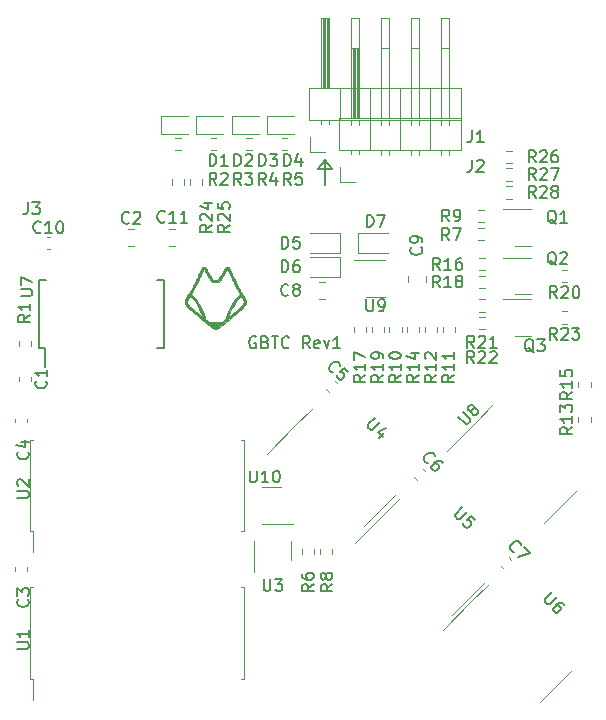
<source format=gbr>
%TF.GenerationSoftware,KiCad,Pcbnew,6.0.7-5.fc37*%
%TF.CreationDate,2022-11-14T12:33:56+01:00*%
%TF.ProjectId,GameboyTestCartridge,47616d65-626f-4795-9465-737443617274,rev?*%
%TF.SameCoordinates,PX9b72ec0PY876bf80*%
%TF.FileFunction,Legend,Top*%
%TF.FilePolarity,Positive*%
%FSLAX46Y46*%
G04 Gerber Fmt 4.6, Leading zero omitted, Abs format (unit mm)*
G04 Created by KiCad (PCBNEW 6.0.7-5.fc37) date 2022-11-14 12:33:56*
%MOMM*%
%LPD*%
G01*
G04 APERTURE LIST*
%ADD10C,0.150000*%
%ADD11C,0.120000*%
%ADD12C,0.010000*%
G04 APERTURE END LIST*
D10*
X26400000Y57000000D02*
X25800000Y56300000D01*
X27000000Y56300000D02*
X26400000Y57000000D01*
X26400000Y57000000D02*
X26400000Y54900000D01*
X25800000Y56300000D02*
X27000000Y56300000D01*
X20564285Y42050000D02*
X20469047Y42097620D01*
X20326190Y42097620D01*
X20183333Y42050000D01*
X20088095Y41954762D01*
X20040476Y41859524D01*
X19992857Y41669048D01*
X19992857Y41526191D01*
X20040476Y41335715D01*
X20088095Y41240477D01*
X20183333Y41145239D01*
X20326190Y41097620D01*
X20421428Y41097620D01*
X20564285Y41145239D01*
X20611904Y41192858D01*
X20611904Y41526191D01*
X20421428Y41526191D01*
X21373809Y41621429D02*
X21516666Y41573810D01*
X21564285Y41526191D01*
X21611904Y41430953D01*
X21611904Y41288096D01*
X21564285Y41192858D01*
X21516666Y41145239D01*
X21421428Y41097620D01*
X21040476Y41097620D01*
X21040476Y42097620D01*
X21373809Y42097620D01*
X21469047Y42050000D01*
X21516666Y42002381D01*
X21564285Y41907143D01*
X21564285Y41811905D01*
X21516666Y41716667D01*
X21469047Y41669048D01*
X21373809Y41621429D01*
X21040476Y41621429D01*
X21897619Y42097620D02*
X22469047Y42097620D01*
X22183333Y41097620D02*
X22183333Y42097620D01*
X23373809Y41192858D02*
X23326190Y41145239D01*
X23183333Y41097620D01*
X23088095Y41097620D01*
X22945238Y41145239D01*
X22850000Y41240477D01*
X22802380Y41335715D01*
X22754761Y41526191D01*
X22754761Y41669048D01*
X22802380Y41859524D01*
X22850000Y41954762D01*
X22945238Y42050000D01*
X23088095Y42097620D01*
X23183333Y42097620D01*
X23326190Y42050000D01*
X23373809Y42002381D01*
X25135714Y41097620D02*
X24802380Y41573810D01*
X24564285Y41097620D02*
X24564285Y42097620D01*
X24945238Y42097620D01*
X25040476Y42050000D01*
X25088095Y42002381D01*
X25135714Y41907143D01*
X25135714Y41764286D01*
X25088095Y41669048D01*
X25040476Y41621429D01*
X24945238Y41573810D01*
X24564285Y41573810D01*
X25945238Y41145239D02*
X25850000Y41097620D01*
X25659523Y41097620D01*
X25564285Y41145239D01*
X25516666Y41240477D01*
X25516666Y41621429D01*
X25564285Y41716667D01*
X25659523Y41764286D01*
X25850000Y41764286D01*
X25945238Y41716667D01*
X25992857Y41621429D01*
X25992857Y41526191D01*
X25516666Y41430953D01*
X26326190Y41764286D02*
X26564285Y41097620D01*
X26802380Y41764286D01*
X27707142Y41097620D02*
X27135714Y41097620D01*
X27421428Y41097620D02*
X27421428Y42097620D01*
X27326190Y41954762D01*
X27230952Y41859524D01*
X27135714Y41811905D01*
%TO.C,U1*%
X352380Y15638096D02*
X1161904Y15638096D01*
X1257142Y15685715D01*
X1304761Y15733334D01*
X1352380Y15828572D01*
X1352380Y16019048D01*
X1304761Y16114286D01*
X1257142Y16161905D01*
X1161904Y16209524D01*
X352380Y16209524D01*
X1352380Y17209524D02*
X1352380Y16638096D01*
X1352380Y16923810D02*
X352380Y16923810D01*
X495238Y16828572D01*
X590476Y16733334D01*
X638095Y16638096D01*
%TO.C,U8*%
X37702096Y35320408D02*
X38274516Y34747988D01*
X38375531Y34714316D01*
X38442875Y34714316D01*
X38543890Y34747988D01*
X38678577Y34882675D01*
X38712249Y34983690D01*
X38712249Y35051034D01*
X38678577Y35152049D01*
X38106157Y35724469D01*
X38846936Y35859156D02*
X38745921Y35825484D01*
X38678577Y35825484D01*
X38577562Y35859156D01*
X38543890Y35892827D01*
X38510218Y35993843D01*
X38510218Y36061186D01*
X38543890Y36162201D01*
X38678577Y36296888D01*
X38779592Y36330560D01*
X38846936Y36330560D01*
X38947951Y36296888D01*
X38981623Y36263217D01*
X39015295Y36162201D01*
X39015295Y36094858D01*
X38981623Y35993843D01*
X38846936Y35859156D01*
X38813264Y35758140D01*
X38813264Y35690797D01*
X38846936Y35589782D01*
X38981623Y35455095D01*
X39082638Y35421423D01*
X39149982Y35421423D01*
X39250997Y35455095D01*
X39385684Y35589782D01*
X39419356Y35690797D01*
X39419356Y35758140D01*
X39385684Y35859156D01*
X39250997Y35993843D01*
X39149982Y36027514D01*
X39082638Y36027514D01*
X38981623Y35993843D01*
%TO.C,R28*%
X44257142Y53847620D02*
X43923809Y54323810D01*
X43685714Y53847620D02*
X43685714Y54847620D01*
X44066666Y54847620D01*
X44161904Y54800000D01*
X44209523Y54752381D01*
X44257142Y54657143D01*
X44257142Y54514286D01*
X44209523Y54419048D01*
X44161904Y54371429D01*
X44066666Y54323810D01*
X43685714Y54323810D01*
X44638095Y54752381D02*
X44685714Y54800000D01*
X44780952Y54847620D01*
X45019047Y54847620D01*
X45114285Y54800000D01*
X45161904Y54752381D01*
X45209523Y54657143D01*
X45209523Y54561905D01*
X45161904Y54419048D01*
X44590476Y53847620D01*
X45209523Y53847620D01*
X45780952Y54419048D02*
X45685714Y54466667D01*
X45638095Y54514286D01*
X45590476Y54609524D01*
X45590476Y54657143D01*
X45638095Y54752381D01*
X45685714Y54800000D01*
X45780952Y54847620D01*
X45971428Y54847620D01*
X46066666Y54800000D01*
X46114285Y54752381D01*
X46161904Y54657143D01*
X46161904Y54609524D01*
X46114285Y54514286D01*
X46066666Y54466667D01*
X45971428Y54419048D01*
X45780952Y54419048D01*
X45685714Y54371429D01*
X45638095Y54323810D01*
X45590476Y54228572D01*
X45590476Y54038096D01*
X45638095Y53942858D01*
X45685714Y53895239D01*
X45780952Y53847620D01*
X45971428Y53847620D01*
X46066666Y53895239D01*
X46114285Y53942858D01*
X46161904Y54038096D01*
X46161904Y54228572D01*
X46114285Y54323810D01*
X46066666Y54371429D01*
X45971428Y54419048D01*
%TO.C,R11*%
X37352380Y38857143D02*
X36876190Y38523810D01*
X37352380Y38285715D02*
X36352380Y38285715D01*
X36352380Y38666667D01*
X36400000Y38761905D01*
X36447619Y38809524D01*
X36542857Y38857143D01*
X36685714Y38857143D01*
X36780952Y38809524D01*
X36828571Y38761905D01*
X36876190Y38666667D01*
X36876190Y38285715D01*
X37352380Y39809524D02*
X37352380Y39238096D01*
X37352380Y39523810D02*
X36352380Y39523810D01*
X36495238Y39428572D01*
X36590476Y39333334D01*
X36638095Y39238096D01*
X37352380Y40761905D02*
X37352380Y40190477D01*
X37352380Y40476191D02*
X36352380Y40476191D01*
X36495238Y40380953D01*
X36590476Y40285715D01*
X36638095Y40190477D01*
%TO.C,R17*%
X29852380Y38857143D02*
X29376190Y38523810D01*
X29852380Y38285715D02*
X28852380Y38285715D01*
X28852380Y38666667D01*
X28900000Y38761905D01*
X28947619Y38809524D01*
X29042857Y38857143D01*
X29185714Y38857143D01*
X29280952Y38809524D01*
X29328571Y38761905D01*
X29376190Y38666667D01*
X29376190Y38285715D01*
X29852380Y39809524D02*
X29852380Y39238096D01*
X29852380Y39523810D02*
X28852380Y39523810D01*
X28995238Y39428572D01*
X29090476Y39333334D01*
X29138095Y39238096D01*
X28852380Y40142858D02*
X28852380Y40809524D01*
X29852380Y40380953D01*
%TO.C,R26*%
X44257142Y56847620D02*
X43923809Y57323810D01*
X43685714Y56847620D02*
X43685714Y57847620D01*
X44066666Y57847620D01*
X44161904Y57800000D01*
X44209523Y57752381D01*
X44257142Y57657143D01*
X44257142Y57514286D01*
X44209523Y57419048D01*
X44161904Y57371429D01*
X44066666Y57323810D01*
X43685714Y57323810D01*
X44638095Y57752381D02*
X44685714Y57800000D01*
X44780952Y57847620D01*
X45019047Y57847620D01*
X45114285Y57800000D01*
X45161904Y57752381D01*
X45209523Y57657143D01*
X45209523Y57561905D01*
X45161904Y57419048D01*
X44590476Y56847620D01*
X45209523Y56847620D01*
X46066666Y57847620D02*
X45876190Y57847620D01*
X45780952Y57800000D01*
X45733333Y57752381D01*
X45638095Y57609524D01*
X45590476Y57419048D01*
X45590476Y57038096D01*
X45638095Y56942858D01*
X45685714Y56895239D01*
X45780952Y56847620D01*
X45971428Y56847620D01*
X46066666Y56895239D01*
X46114285Y56942858D01*
X46161904Y57038096D01*
X46161904Y57276191D01*
X46114285Y57371429D01*
X46066666Y57419048D01*
X45971428Y57466667D01*
X45780952Y57466667D01*
X45685714Y57419048D01*
X45638095Y57371429D01*
X45590476Y57276191D01*
%TO.C,R3*%
X19333333Y54947620D02*
X19000000Y55423810D01*
X18761904Y54947620D02*
X18761904Y55947620D01*
X19142857Y55947620D01*
X19238095Y55900000D01*
X19285714Y55852381D01*
X19333333Y55757143D01*
X19333333Y55614286D01*
X19285714Y55519048D01*
X19238095Y55471429D01*
X19142857Y55423810D01*
X18761904Y55423810D01*
X19666666Y55947620D02*
X20285714Y55947620D01*
X19952380Y55566667D01*
X20095238Y55566667D01*
X20190476Y55519048D01*
X20238095Y55471429D01*
X20285714Y55376191D01*
X20285714Y55138096D01*
X20238095Y55042858D01*
X20190476Y54995239D01*
X20095238Y54947620D01*
X19809523Y54947620D01*
X19714285Y54995239D01*
X19666666Y55042858D01*
%TO.C,R14*%
X34352380Y38857143D02*
X33876190Y38523810D01*
X34352380Y38285715D02*
X33352380Y38285715D01*
X33352380Y38666667D01*
X33400000Y38761905D01*
X33447619Y38809524D01*
X33542857Y38857143D01*
X33685714Y38857143D01*
X33780952Y38809524D01*
X33828571Y38761905D01*
X33876190Y38666667D01*
X33876190Y38285715D01*
X34352380Y39809524D02*
X34352380Y39238096D01*
X34352380Y39523810D02*
X33352380Y39523810D01*
X33495238Y39428572D01*
X33590476Y39333334D01*
X33638095Y39238096D01*
X33685714Y40666667D02*
X34352380Y40666667D01*
X33304761Y40428572D02*
X34019047Y40190477D01*
X34019047Y40809524D01*
%TO.C,C6*%
X35129610Y31365313D02*
X35062267Y31365313D01*
X34927580Y31432657D01*
X34860236Y31500000D01*
X34792893Y31634688D01*
X34792893Y31769375D01*
X34826564Y31870390D01*
X34927580Y32038749D01*
X35028595Y32139764D01*
X35196954Y32240779D01*
X35297969Y32274451D01*
X35432656Y32274451D01*
X35567343Y32207107D01*
X35634687Y32139764D01*
X35702030Y32005077D01*
X35702030Y31937733D01*
X36375465Y31398985D02*
X36240778Y31533672D01*
X36139763Y31567344D01*
X36072419Y31567344D01*
X35904061Y31533672D01*
X35735702Y31432657D01*
X35466328Y31163283D01*
X35432656Y31062268D01*
X35432656Y30994924D01*
X35466328Y30893909D01*
X35601015Y30759222D01*
X35702030Y30725550D01*
X35769374Y30725550D01*
X35870389Y30759222D01*
X36038748Y30927581D01*
X36072419Y31028596D01*
X36072419Y31095939D01*
X36038748Y31196955D01*
X35904061Y31331642D01*
X35803045Y31365313D01*
X35735702Y31365313D01*
X35634687Y31331642D01*
%TO.C,R15*%
X47352380Y37382143D02*
X46876190Y37048810D01*
X47352380Y36810715D02*
X46352380Y36810715D01*
X46352380Y37191667D01*
X46400000Y37286905D01*
X46447619Y37334524D01*
X46542857Y37382143D01*
X46685714Y37382143D01*
X46780952Y37334524D01*
X46828571Y37286905D01*
X46876190Y37191667D01*
X46876190Y36810715D01*
X47352380Y38334524D02*
X47352380Y37763096D01*
X47352380Y38048810D02*
X46352380Y38048810D01*
X46495238Y37953572D01*
X46590476Y37858334D01*
X46638095Y37763096D01*
X46352380Y39239286D02*
X46352380Y38763096D01*
X46828571Y38715477D01*
X46780952Y38763096D01*
X46733333Y38858334D01*
X46733333Y39096429D01*
X46780952Y39191667D01*
X46828571Y39239286D01*
X46923809Y39286905D01*
X47161904Y39286905D01*
X47257142Y39239286D01*
X47304761Y39191667D01*
X47352380Y39096429D01*
X47352380Y38858334D01*
X47304761Y38763096D01*
X47257142Y38715477D01*
%TO.C,R1*%
X1452380Y43933334D02*
X976190Y43600000D01*
X1452380Y43361905D02*
X452380Y43361905D01*
X452380Y43742858D01*
X500000Y43838096D01*
X547619Y43885715D01*
X642857Y43933334D01*
X785714Y43933334D01*
X880952Y43885715D01*
X928571Y43838096D01*
X976190Y43742858D01*
X976190Y43361905D01*
X1452380Y44885715D02*
X1452380Y44314286D01*
X1452380Y44600000D02*
X452380Y44600000D01*
X595238Y44504762D01*
X690476Y44409524D01*
X738095Y44314286D01*
%TO.C,C4*%
X1257142Y32333334D02*
X1304761Y32285715D01*
X1352380Y32142858D01*
X1352380Y32047620D01*
X1304761Y31904762D01*
X1209523Y31809524D01*
X1114285Y31761905D01*
X923809Y31714286D01*
X780952Y31714286D01*
X590476Y31761905D01*
X495238Y31809524D01*
X400000Y31904762D01*
X352380Y32047620D01*
X352380Y32142858D01*
X400000Y32285715D01*
X447619Y32333334D01*
X685714Y33190477D02*
X1352380Y33190477D01*
X304761Y32952381D02*
X1019047Y32714286D01*
X1019047Y33333334D01*
%TO.C,C2*%
X9833333Y51742858D02*
X9785714Y51695239D01*
X9642857Y51647620D01*
X9547619Y51647620D01*
X9404761Y51695239D01*
X9309523Y51790477D01*
X9261904Y51885715D01*
X9214285Y52076191D01*
X9214285Y52219048D01*
X9261904Y52409524D01*
X9309523Y52504762D01*
X9404761Y52600000D01*
X9547619Y52647620D01*
X9642857Y52647620D01*
X9785714Y52600000D01*
X9833333Y52552381D01*
X10214285Y52552381D02*
X10261904Y52600000D01*
X10357142Y52647620D01*
X10595238Y52647620D01*
X10690476Y52600000D01*
X10738095Y52552381D01*
X10785714Y52457143D01*
X10785714Y52361905D01*
X10738095Y52219048D01*
X10166666Y51647620D01*
X10785714Y51647620D01*
%TO.C,D3*%
X20854943Y56547620D02*
X20854943Y57547620D01*
X21093039Y57547620D01*
X21235896Y57500000D01*
X21331134Y57404762D01*
X21378753Y57309524D01*
X21426372Y57119048D01*
X21426372Y56976191D01*
X21378753Y56785715D01*
X21331134Y56690477D01*
X21235896Y56595239D01*
X21093039Y56547620D01*
X20854943Y56547620D01*
X21759705Y57547620D02*
X22378753Y57547620D01*
X22045419Y57166667D01*
X22188277Y57166667D01*
X22283515Y57119048D01*
X22331134Y57071429D01*
X22378753Y56976191D01*
X22378753Y56738096D01*
X22331134Y56642858D01*
X22283515Y56595239D01*
X22188277Y56547620D01*
X21902562Y56547620D01*
X21807324Y56595239D01*
X21759705Y56642858D01*
%TO.C,R23*%
X46057142Y41833371D02*
X45723809Y42309561D01*
X45485714Y41833371D02*
X45485714Y42833371D01*
X45866666Y42833371D01*
X45961904Y42785751D01*
X46009523Y42738132D01*
X46057142Y42642894D01*
X46057142Y42500037D01*
X46009523Y42404799D01*
X45961904Y42357180D01*
X45866666Y42309561D01*
X45485714Y42309561D01*
X46438095Y42738132D02*
X46485714Y42785751D01*
X46580952Y42833371D01*
X46819047Y42833371D01*
X46914285Y42785751D01*
X46961904Y42738132D01*
X47009523Y42642894D01*
X47009523Y42547656D01*
X46961904Y42404799D01*
X46390476Y41833371D01*
X47009523Y41833371D01*
X47342857Y42833371D02*
X47961904Y42833371D01*
X47628571Y42452418D01*
X47771428Y42452418D01*
X47866666Y42404799D01*
X47914285Y42357180D01*
X47961904Y42261942D01*
X47961904Y42023847D01*
X47914285Y41928609D01*
X47866666Y41880990D01*
X47771428Y41833371D01*
X47485714Y41833371D01*
X47390476Y41880990D01*
X47342857Y41928609D01*
%TO.C,R9*%
X36933333Y51847620D02*
X36600000Y52323810D01*
X36361904Y51847620D02*
X36361904Y52847620D01*
X36742857Y52847620D01*
X36838095Y52800000D01*
X36885714Y52752381D01*
X36933333Y52657143D01*
X36933333Y52514286D01*
X36885714Y52419048D01*
X36838095Y52371429D01*
X36742857Y52323810D01*
X36361904Y52323810D01*
X37409523Y51847620D02*
X37600000Y51847620D01*
X37695238Y51895239D01*
X37742857Y51942858D01*
X37838095Y52085715D01*
X37885714Y52276191D01*
X37885714Y52657143D01*
X37838095Y52752381D01*
X37790476Y52800000D01*
X37695238Y52847620D01*
X37504761Y52847620D01*
X37409523Y52800000D01*
X37361904Y52752381D01*
X37314285Y52657143D01*
X37314285Y52419048D01*
X37361904Y52323810D01*
X37409523Y52276191D01*
X37504761Y52228572D01*
X37695238Y52228572D01*
X37790476Y52276191D01*
X37838095Y52323810D01*
X37885714Y52419048D01*
%TO.C,R4*%
X21426372Y54947620D02*
X21093039Y55423810D01*
X20854943Y54947620D02*
X20854943Y55947620D01*
X21235896Y55947620D01*
X21331134Y55900000D01*
X21378753Y55852381D01*
X21426372Y55757143D01*
X21426372Y55614286D01*
X21378753Y55519048D01*
X21331134Y55471429D01*
X21235896Y55423810D01*
X20854943Y55423810D01*
X22283515Y55614286D02*
X22283515Y54947620D01*
X22045419Y55995239D02*
X21807324Y55280953D01*
X22426372Y55280953D01*
%TO.C,U6*%
X45648477Y20425974D02*
X45076057Y19853554D01*
X45042385Y19752539D01*
X45042385Y19685195D01*
X45076057Y19584180D01*
X45210744Y19449493D01*
X45311759Y19415821D01*
X45379103Y19415821D01*
X45480118Y19449493D01*
X46052538Y20021913D01*
X46692301Y19382149D02*
X46557614Y19516836D01*
X46456599Y19550508D01*
X46389255Y19550508D01*
X46220896Y19516836D01*
X46052538Y19415821D01*
X45783164Y19146447D01*
X45749492Y19045432D01*
X45749492Y18978088D01*
X45783164Y18877073D01*
X45917851Y18742386D01*
X46018866Y18708714D01*
X46086209Y18708714D01*
X46187225Y18742386D01*
X46355583Y18910745D01*
X46389255Y19011760D01*
X46389255Y19079104D01*
X46355583Y19180119D01*
X46220896Y19314806D01*
X46119881Y19348478D01*
X46052538Y19348478D01*
X45951522Y19314806D01*
%TO.C,R19*%
X31352380Y38857143D02*
X30876190Y38523810D01*
X31352380Y38285715D02*
X30352380Y38285715D01*
X30352380Y38666667D01*
X30400000Y38761905D01*
X30447619Y38809524D01*
X30542857Y38857143D01*
X30685714Y38857143D01*
X30780952Y38809524D01*
X30828571Y38761905D01*
X30876190Y38666667D01*
X30876190Y38285715D01*
X31352380Y39809524D02*
X31352380Y39238096D01*
X31352380Y39523810D02*
X30352380Y39523810D01*
X30495238Y39428572D01*
X30590476Y39333334D01*
X30638095Y39238096D01*
X31352380Y40285715D02*
X31352380Y40476191D01*
X31304761Y40571429D01*
X31257142Y40619048D01*
X31114285Y40714286D01*
X30923809Y40761905D01*
X30542857Y40761905D01*
X30447619Y40714286D01*
X30400000Y40666667D01*
X30352380Y40571429D01*
X30352380Y40380953D01*
X30400000Y40285715D01*
X30447619Y40238096D01*
X30542857Y40190477D01*
X30780952Y40190477D01*
X30876190Y40238096D01*
X30923809Y40285715D01*
X30971428Y40380953D01*
X30971428Y40571429D01*
X30923809Y40666667D01*
X30876190Y40714286D01*
X30780952Y40761905D01*
%TO.C,R10*%
X32852380Y38857143D02*
X32376190Y38523810D01*
X32852380Y38285715D02*
X31852380Y38285715D01*
X31852380Y38666667D01*
X31900000Y38761905D01*
X31947619Y38809524D01*
X32042857Y38857143D01*
X32185714Y38857143D01*
X32280952Y38809524D01*
X32328571Y38761905D01*
X32376190Y38666667D01*
X32376190Y38285715D01*
X32852380Y39809524D02*
X32852380Y39238096D01*
X32852380Y39523810D02*
X31852380Y39523810D01*
X31995238Y39428572D01*
X32090476Y39333334D01*
X32138095Y39238096D01*
X31852380Y40428572D02*
X31852380Y40523810D01*
X31900000Y40619048D01*
X31947619Y40666667D01*
X32042857Y40714286D01*
X32233333Y40761905D01*
X32471428Y40761905D01*
X32661904Y40714286D01*
X32757142Y40666667D01*
X32804761Y40619048D01*
X32852380Y40523810D01*
X32852380Y40428572D01*
X32804761Y40333334D01*
X32757142Y40285715D01*
X32661904Y40238096D01*
X32471428Y40190477D01*
X32233333Y40190477D01*
X32042857Y40238096D01*
X31947619Y40285715D01*
X31900000Y40333334D01*
X31852380Y40428572D01*
%TO.C,J1*%
X38866666Y59547620D02*
X38866666Y58833334D01*
X38819047Y58690477D01*
X38723809Y58595239D01*
X38580952Y58547620D01*
X38485714Y58547620D01*
X39866666Y58547620D02*
X39295238Y58547620D01*
X39580952Y58547620D02*
X39580952Y59547620D01*
X39485714Y59404762D01*
X39390476Y59309524D01*
X39295238Y59261905D01*
%TO.C,D2*%
X18761904Y56547620D02*
X18761904Y57547620D01*
X19000000Y57547620D01*
X19142857Y57500000D01*
X19238095Y57404762D01*
X19285714Y57309524D01*
X19333333Y57119048D01*
X19333333Y56976191D01*
X19285714Y56785715D01*
X19238095Y56690477D01*
X19142857Y56595239D01*
X19000000Y56547620D01*
X18761904Y56547620D01*
X19714285Y57452381D02*
X19761904Y57500000D01*
X19857142Y57547620D01*
X20095238Y57547620D01*
X20190476Y57500000D01*
X20238095Y57452381D01*
X20285714Y57357143D01*
X20285714Y57261905D01*
X20238095Y57119048D01*
X19666666Y56547620D01*
X20285714Y56547620D01*
%TO.C,R25*%
X18352380Y51557143D02*
X17876190Y51223810D01*
X18352380Y50985715D02*
X17352380Y50985715D01*
X17352380Y51366667D01*
X17400000Y51461905D01*
X17447619Y51509524D01*
X17542857Y51557143D01*
X17685714Y51557143D01*
X17780952Y51509524D01*
X17828571Y51461905D01*
X17876190Y51366667D01*
X17876190Y50985715D01*
X17447619Y51938096D02*
X17400000Y51985715D01*
X17352380Y52080953D01*
X17352380Y52319048D01*
X17400000Y52414286D01*
X17447619Y52461905D01*
X17542857Y52509524D01*
X17638095Y52509524D01*
X17780952Y52461905D01*
X18352380Y51890477D01*
X18352380Y52509524D01*
X17352380Y53414286D02*
X17352380Y52938096D01*
X17828571Y52890477D01*
X17780952Y52938096D01*
X17733333Y53033334D01*
X17733333Y53271429D01*
X17780952Y53366667D01*
X17828571Y53414286D01*
X17923809Y53461905D01*
X18161904Y53461905D01*
X18257142Y53414286D01*
X18304761Y53366667D01*
X18352380Y53271429D01*
X18352380Y53033334D01*
X18304761Y52938096D01*
X18257142Y52890477D01*
%TO.C,U3*%
X21238095Y21547620D02*
X21238095Y20738096D01*
X21285714Y20642858D01*
X21333333Y20595239D01*
X21428571Y20547620D01*
X21619047Y20547620D01*
X21714285Y20595239D01*
X21761904Y20642858D01*
X21809523Y20738096D01*
X21809523Y21547620D01*
X22190476Y21547620D02*
X22809523Y21547620D01*
X22476190Y21166667D01*
X22619047Y21166667D01*
X22714285Y21119048D01*
X22761904Y21071429D01*
X22809523Y20976191D01*
X22809523Y20738096D01*
X22761904Y20642858D01*
X22714285Y20595239D01*
X22619047Y20547620D01*
X22333333Y20547620D01*
X22238095Y20595239D01*
X22190476Y20642858D01*
%TO.C,R22*%
X39057142Y39847620D02*
X38723809Y40323810D01*
X38485714Y39847620D02*
X38485714Y40847620D01*
X38866666Y40847620D01*
X38961904Y40800000D01*
X39009523Y40752381D01*
X39057142Y40657143D01*
X39057142Y40514286D01*
X39009523Y40419048D01*
X38961904Y40371429D01*
X38866666Y40323810D01*
X38485714Y40323810D01*
X39438095Y40752381D02*
X39485714Y40800000D01*
X39580952Y40847620D01*
X39819047Y40847620D01*
X39914285Y40800000D01*
X39961904Y40752381D01*
X40009523Y40657143D01*
X40009523Y40561905D01*
X39961904Y40419048D01*
X39390476Y39847620D01*
X40009523Y39847620D01*
X40390476Y40752381D02*
X40438095Y40800000D01*
X40533333Y40847620D01*
X40771428Y40847620D01*
X40866666Y40800000D01*
X40914285Y40752381D01*
X40961904Y40657143D01*
X40961904Y40561905D01*
X40914285Y40419048D01*
X40342857Y39847620D01*
X40961904Y39847620D01*
%TO.C,D1*%
X16661904Y56547620D02*
X16661904Y57547620D01*
X16900000Y57547620D01*
X17042857Y57500000D01*
X17138095Y57404762D01*
X17185714Y57309524D01*
X17233333Y57119048D01*
X17233333Y56976191D01*
X17185714Y56785715D01*
X17138095Y56690477D01*
X17042857Y56595239D01*
X16900000Y56547620D01*
X16661904Y56547620D01*
X18185714Y56547620D02*
X17614285Y56547620D01*
X17900000Y56547620D02*
X17900000Y57547620D01*
X17804761Y57404762D01*
X17709523Y57309524D01*
X17614285Y57261905D01*
%TO.C,R21*%
X39057142Y41147620D02*
X38723809Y41623810D01*
X38485714Y41147620D02*
X38485714Y42147620D01*
X38866666Y42147620D01*
X38961904Y42100000D01*
X39009523Y42052381D01*
X39057142Y41957143D01*
X39057142Y41814286D01*
X39009523Y41719048D01*
X38961904Y41671429D01*
X38866666Y41623810D01*
X38485714Y41623810D01*
X39438095Y42052381D02*
X39485714Y42100000D01*
X39580952Y42147620D01*
X39819047Y42147620D01*
X39914285Y42100000D01*
X39961904Y42052381D01*
X40009523Y41957143D01*
X40009523Y41861905D01*
X39961904Y41719048D01*
X39390476Y41147620D01*
X40009523Y41147620D01*
X40961904Y41147620D02*
X40390476Y41147620D01*
X40676190Y41147620D02*
X40676190Y42147620D01*
X40580952Y42004762D01*
X40485714Y41909524D01*
X40390476Y41861905D01*
%TO.C,Q3*%
X44104761Y40752381D02*
X44009523Y40800000D01*
X43914285Y40895239D01*
X43771428Y41038096D01*
X43676190Y41085715D01*
X43580952Y41085715D01*
X43628571Y40847620D02*
X43533333Y40895239D01*
X43438095Y40990477D01*
X43390476Y41180953D01*
X43390476Y41514286D01*
X43438095Y41704762D01*
X43533333Y41800000D01*
X43628571Y41847620D01*
X43819047Y41847620D01*
X43914285Y41800000D01*
X44009523Y41704762D01*
X44057142Y41514286D01*
X44057142Y41180953D01*
X44009523Y40990477D01*
X43914285Y40895239D01*
X43819047Y40847620D01*
X43628571Y40847620D01*
X44390476Y41847620D02*
X45009523Y41847620D01*
X44676190Y41466667D01*
X44819047Y41466667D01*
X44914285Y41419048D01*
X44961904Y41371429D01*
X45009523Y41276191D01*
X45009523Y41038096D01*
X44961904Y40942858D01*
X44914285Y40895239D01*
X44819047Y40847620D01*
X44533333Y40847620D01*
X44438095Y40895239D01*
X44390476Y40942858D01*
%TO.C,D7*%
X29961904Y51397620D02*
X29961904Y52397620D01*
X30200000Y52397620D01*
X30342857Y52350000D01*
X30438095Y52254762D01*
X30485714Y52159524D01*
X30533333Y51969048D01*
X30533333Y51826191D01*
X30485714Y51635715D01*
X30438095Y51540477D01*
X30342857Y51445239D01*
X30200000Y51397620D01*
X29961904Y51397620D01*
X30866666Y52397620D02*
X31533333Y52397620D01*
X31104761Y51397620D01*
%TO.C,C9*%
X34557142Y49633334D02*
X34604761Y49585715D01*
X34652380Y49442858D01*
X34652380Y49347620D01*
X34604761Y49204762D01*
X34509523Y49109524D01*
X34414285Y49061905D01*
X34223809Y49014286D01*
X34080952Y49014286D01*
X33890476Y49061905D01*
X33795238Y49109524D01*
X33700000Y49204762D01*
X33652380Y49347620D01*
X33652380Y49442858D01*
X33700000Y49585715D01*
X33747619Y49633334D01*
X34652380Y50109524D02*
X34652380Y50300000D01*
X34604761Y50395239D01*
X34557142Y50442858D01*
X34414285Y50538096D01*
X34223809Y50585715D01*
X33842857Y50585715D01*
X33747619Y50538096D01*
X33700000Y50490477D01*
X33652380Y50395239D01*
X33652380Y50204762D01*
X33700000Y50109524D01*
X33747619Y50061905D01*
X33842857Y50014286D01*
X34080952Y50014286D01*
X34176190Y50061905D01*
X34223809Y50109524D01*
X34271428Y50204762D01*
X34271428Y50395239D01*
X34223809Y50490477D01*
X34176190Y50538096D01*
X34080952Y50585715D01*
%TO.C,R16*%
X36157142Y47747620D02*
X35823809Y48223810D01*
X35585714Y47747620D02*
X35585714Y48747620D01*
X35966666Y48747620D01*
X36061904Y48700000D01*
X36109523Y48652381D01*
X36157142Y48557143D01*
X36157142Y48414286D01*
X36109523Y48319048D01*
X36061904Y48271429D01*
X35966666Y48223810D01*
X35585714Y48223810D01*
X37109523Y47747620D02*
X36538095Y47747620D01*
X36823809Y47747620D02*
X36823809Y48747620D01*
X36728571Y48604762D01*
X36633333Y48509524D01*
X36538095Y48461905D01*
X37966666Y48747620D02*
X37776190Y48747620D01*
X37680952Y48700000D01*
X37633333Y48652381D01*
X37538095Y48509524D01*
X37490476Y48319048D01*
X37490476Y47938096D01*
X37538095Y47842858D01*
X37585714Y47795239D01*
X37680952Y47747620D01*
X37871428Y47747620D01*
X37966666Y47795239D01*
X38014285Y47842858D01*
X38061904Y47938096D01*
X38061904Y48176191D01*
X38014285Y48271429D01*
X37966666Y48319048D01*
X37871428Y48366667D01*
X37680952Y48366667D01*
X37585714Y48319048D01*
X37538095Y48271429D01*
X37490476Y48176191D01*
%TO.C,J3*%
X1266666Y53447620D02*
X1266666Y52733334D01*
X1219047Y52590477D01*
X1123809Y52495239D01*
X980952Y52447620D01*
X885714Y52447620D01*
X1647619Y53447620D02*
X2266666Y53447620D01*
X1933333Y53066667D01*
X2076190Y53066667D01*
X2171428Y53019048D01*
X2219047Y52971429D01*
X2266666Y52876191D01*
X2266666Y52638096D01*
X2219047Y52542858D01*
X2171428Y52495239D01*
X2076190Y52447620D01*
X1790476Y52447620D01*
X1695238Y52495239D01*
X1647619Y52542858D01*
%TO.C,C1*%
X2787142Y38333334D02*
X2834761Y38285715D01*
X2882380Y38142858D01*
X2882380Y38047620D01*
X2834761Y37904762D01*
X2739523Y37809524D01*
X2644285Y37761905D01*
X2453809Y37714286D01*
X2310952Y37714286D01*
X2120476Y37761905D01*
X2025238Y37809524D01*
X1930000Y37904762D01*
X1882380Y38047620D01*
X1882380Y38142858D01*
X1930000Y38285715D01*
X1977619Y38333334D01*
X2882380Y39285715D02*
X2882380Y38714286D01*
X2882380Y39000000D02*
X1882380Y39000000D01*
X2025238Y38904762D01*
X2120476Y38809524D01*
X2168095Y38714286D01*
%TO.C,R5*%
X23533333Y54947620D02*
X23200000Y55423810D01*
X22961904Y54947620D02*
X22961904Y55947620D01*
X23342857Y55947620D01*
X23438095Y55900000D01*
X23485714Y55852381D01*
X23533333Y55757143D01*
X23533333Y55614286D01*
X23485714Y55519048D01*
X23438095Y55471429D01*
X23342857Y55423810D01*
X22961904Y55423810D01*
X24438095Y55947620D02*
X23961904Y55947620D01*
X23914285Y55471429D01*
X23961904Y55519048D01*
X24057142Y55566667D01*
X24295238Y55566667D01*
X24390476Y55519048D01*
X24438095Y55471429D01*
X24485714Y55376191D01*
X24485714Y55138096D01*
X24438095Y55042858D01*
X24390476Y54995239D01*
X24295238Y54947620D01*
X24057142Y54947620D01*
X23961904Y54995239D01*
X23914285Y55042858D01*
%TO.C,Q1*%
X46004761Y51652381D02*
X45909523Y51700000D01*
X45814285Y51795239D01*
X45671428Y51938096D01*
X45576190Y51985715D01*
X45480952Y51985715D01*
X45528571Y51747620D02*
X45433333Y51795239D01*
X45338095Y51890477D01*
X45290476Y52080953D01*
X45290476Y52414286D01*
X45338095Y52604762D01*
X45433333Y52700000D01*
X45528571Y52747620D01*
X45719047Y52747620D01*
X45814285Y52700000D01*
X45909523Y52604762D01*
X45957142Y52414286D01*
X45957142Y52080953D01*
X45909523Y51890477D01*
X45814285Y51795239D01*
X45719047Y51747620D01*
X45528571Y51747620D01*
X46909523Y51747620D02*
X46338095Y51747620D01*
X46623809Y51747620D02*
X46623809Y52747620D01*
X46528571Y52604762D01*
X46433333Y52509524D01*
X46338095Y52461905D01*
%TO.C,C5*%
X27129610Y39065313D02*
X27062267Y39065313D01*
X26927580Y39132657D01*
X26860236Y39200000D01*
X26792893Y39334688D01*
X26792893Y39469375D01*
X26826564Y39570390D01*
X26927580Y39738749D01*
X27028595Y39839764D01*
X27196954Y39940779D01*
X27297969Y39974451D01*
X27432656Y39974451D01*
X27567343Y39907107D01*
X27634687Y39839764D01*
X27702030Y39705077D01*
X27702030Y39637733D01*
X28409137Y39065313D02*
X28072419Y39402031D01*
X27702030Y39098985D01*
X27769374Y39098985D01*
X27870389Y39065313D01*
X28038748Y38896955D01*
X28072419Y38795939D01*
X28072419Y38728596D01*
X28038748Y38627581D01*
X27870389Y38459222D01*
X27769374Y38425550D01*
X27702030Y38425550D01*
X27601015Y38459222D01*
X27432656Y38627581D01*
X27398984Y38728596D01*
X27398984Y38795939D01*
%TO.C,U2*%
X352380Y28438096D02*
X1161904Y28438096D01*
X1257142Y28485715D01*
X1304761Y28533334D01*
X1352380Y28628572D01*
X1352380Y28819048D01*
X1304761Y28914286D01*
X1257142Y28961905D01*
X1161904Y29009524D01*
X352380Y29009524D01*
X447619Y29438096D02*
X400000Y29485715D01*
X352380Y29580953D01*
X352380Y29819048D01*
X400000Y29914286D01*
X447619Y29961905D01*
X542857Y30009524D01*
X638095Y30009524D01*
X780952Y29961905D01*
X1352380Y29390477D01*
X1352380Y30009524D01*
%TO.C,R6*%
X25452380Y21133334D02*
X24976190Y20800000D01*
X25452380Y20561905D02*
X24452380Y20561905D01*
X24452380Y20942858D01*
X24500000Y21038096D01*
X24547619Y21085715D01*
X24642857Y21133334D01*
X24785714Y21133334D01*
X24880952Y21085715D01*
X24928571Y21038096D01*
X24976190Y20942858D01*
X24976190Y20561905D01*
X24452380Y21990477D02*
X24452380Y21800000D01*
X24500000Y21704762D01*
X24547619Y21657143D01*
X24690476Y21561905D01*
X24880952Y21514286D01*
X25261904Y21514286D01*
X25357142Y21561905D01*
X25404761Y21609524D01*
X25452380Y21704762D01*
X25452380Y21895239D01*
X25404761Y21990477D01*
X25357142Y22038096D01*
X25261904Y22085715D01*
X25023809Y22085715D01*
X24928571Y22038096D01*
X24880952Y21990477D01*
X24833333Y21895239D01*
X24833333Y21704762D01*
X24880952Y21609524D01*
X24928571Y21561905D01*
X25023809Y21514286D01*
%TO.C,R24*%
X16852380Y51557143D02*
X16376190Y51223810D01*
X16852380Y50985715D02*
X15852380Y50985715D01*
X15852380Y51366667D01*
X15900000Y51461905D01*
X15947619Y51509524D01*
X16042857Y51557143D01*
X16185714Y51557143D01*
X16280952Y51509524D01*
X16328571Y51461905D01*
X16376190Y51366667D01*
X16376190Y50985715D01*
X15947619Y51938096D02*
X15900000Y51985715D01*
X15852380Y52080953D01*
X15852380Y52319048D01*
X15900000Y52414286D01*
X15947619Y52461905D01*
X16042857Y52509524D01*
X16138095Y52509524D01*
X16280952Y52461905D01*
X16852380Y51890477D01*
X16852380Y52509524D01*
X16185714Y53366667D02*
X16852380Y53366667D01*
X15804761Y53128572D02*
X16519047Y52890477D01*
X16519047Y53509524D01*
%TO.C,C8*%
X23333333Y45642858D02*
X23285714Y45595239D01*
X23142857Y45547620D01*
X23047619Y45547620D01*
X22904761Y45595239D01*
X22809523Y45690477D01*
X22761904Y45785715D01*
X22714285Y45976191D01*
X22714285Y46119048D01*
X22761904Y46309524D01*
X22809523Y46404762D01*
X22904761Y46500000D01*
X23047619Y46547620D01*
X23142857Y46547620D01*
X23285714Y46500000D01*
X23333333Y46452381D01*
X23904761Y46119048D02*
X23809523Y46166667D01*
X23761904Y46214286D01*
X23714285Y46309524D01*
X23714285Y46357143D01*
X23761904Y46452381D01*
X23809523Y46500000D01*
X23904761Y46547620D01*
X24095238Y46547620D01*
X24190476Y46500000D01*
X24238095Y46452381D01*
X24285714Y46357143D01*
X24285714Y46309524D01*
X24238095Y46214286D01*
X24190476Y46166667D01*
X24095238Y46119048D01*
X23904761Y46119048D01*
X23809523Y46071429D01*
X23761904Y46023810D01*
X23714285Y45928572D01*
X23714285Y45738096D01*
X23761904Y45642858D01*
X23809523Y45595239D01*
X23904761Y45547620D01*
X24095238Y45547620D01*
X24190476Y45595239D01*
X24238095Y45642858D01*
X24285714Y45738096D01*
X24285714Y45928572D01*
X24238095Y46023810D01*
X24190476Y46071429D01*
X24095238Y46119048D01*
%TO.C,C10*%
X2357142Y50942858D02*
X2309523Y50895239D01*
X2166666Y50847620D01*
X2071428Y50847620D01*
X1928571Y50895239D01*
X1833333Y50990477D01*
X1785714Y51085715D01*
X1738095Y51276191D01*
X1738095Y51419048D01*
X1785714Y51609524D01*
X1833333Y51704762D01*
X1928571Y51800000D01*
X2071428Y51847620D01*
X2166666Y51847620D01*
X2309523Y51800000D01*
X2357142Y51752381D01*
X3309523Y50847620D02*
X2738095Y50847620D01*
X3023809Y50847620D02*
X3023809Y51847620D01*
X2928571Y51704762D01*
X2833333Y51609524D01*
X2738095Y51561905D01*
X3928571Y51847620D02*
X4023809Y51847620D01*
X4119047Y51800000D01*
X4166666Y51752381D01*
X4214285Y51657143D01*
X4261904Y51466667D01*
X4261904Y51228572D01*
X4214285Y51038096D01*
X4166666Y50942858D01*
X4119047Y50895239D01*
X4023809Y50847620D01*
X3928571Y50847620D01*
X3833333Y50895239D01*
X3785714Y50942858D01*
X3738095Y51038096D01*
X3690476Y51228572D01*
X3690476Y51466667D01*
X3738095Y51657143D01*
X3785714Y51752381D01*
X3833333Y51800000D01*
X3928571Y51847620D01*
%TO.C,Q2*%
X46004761Y48152381D02*
X45909523Y48200000D01*
X45814285Y48295239D01*
X45671428Y48438096D01*
X45576190Y48485715D01*
X45480952Y48485715D01*
X45528571Y48247620D02*
X45433333Y48295239D01*
X45338095Y48390477D01*
X45290476Y48580953D01*
X45290476Y48914286D01*
X45338095Y49104762D01*
X45433333Y49200000D01*
X45528571Y49247620D01*
X45719047Y49247620D01*
X45814285Y49200000D01*
X45909523Y49104762D01*
X45957142Y48914286D01*
X45957142Y48580953D01*
X45909523Y48390477D01*
X45814285Y48295239D01*
X45719047Y48247620D01*
X45528571Y48247620D01*
X46338095Y49152381D02*
X46385714Y49200000D01*
X46480952Y49247620D01*
X46719047Y49247620D01*
X46814285Y49200000D01*
X46861904Y49152381D01*
X46909523Y49057143D01*
X46909523Y48961905D01*
X46861904Y48819048D01*
X46290476Y48247620D01*
X46909523Y48247620D01*
%TO.C,U5*%
X38048477Y27625974D02*
X37476057Y27053554D01*
X37442385Y26952539D01*
X37442385Y26885195D01*
X37476057Y26784180D01*
X37610744Y26649493D01*
X37711759Y26615821D01*
X37779103Y26615821D01*
X37880118Y26649493D01*
X38452538Y27221913D01*
X39125973Y26548478D02*
X38789255Y26885195D01*
X38418866Y26582149D01*
X38486209Y26582149D01*
X38587225Y26548478D01*
X38755583Y26380119D01*
X38789255Y26279104D01*
X38789255Y26211760D01*
X38755583Y26110745D01*
X38587225Y25942386D01*
X38486209Y25908714D01*
X38418866Y25908714D01*
X38317851Y25942386D01*
X38149492Y26110745D01*
X38115820Y26211760D01*
X38115820Y26279104D01*
%TO.C,J2*%
X38866666Y57047620D02*
X38866666Y56333334D01*
X38819047Y56190477D01*
X38723809Y56095239D01*
X38580952Y56047620D01*
X38485714Y56047620D01*
X39295238Y56952381D02*
X39342857Y57000000D01*
X39438095Y57047620D01*
X39676190Y57047620D01*
X39771428Y57000000D01*
X39819047Y56952381D01*
X39866666Y56857143D01*
X39866666Y56761905D01*
X39819047Y56619048D01*
X39247619Y56047620D01*
X39866666Y56047620D01*
%TO.C,R27*%
X44257142Y55347620D02*
X43923809Y55823810D01*
X43685714Y55347620D02*
X43685714Y56347620D01*
X44066666Y56347620D01*
X44161904Y56300000D01*
X44209523Y56252381D01*
X44257142Y56157143D01*
X44257142Y56014286D01*
X44209523Y55919048D01*
X44161904Y55871429D01*
X44066666Y55823810D01*
X43685714Y55823810D01*
X44638095Y56252381D02*
X44685714Y56300000D01*
X44780952Y56347620D01*
X45019047Y56347620D01*
X45114285Y56300000D01*
X45161904Y56252381D01*
X45209523Y56157143D01*
X45209523Y56061905D01*
X45161904Y55919048D01*
X44590476Y55347620D01*
X45209523Y55347620D01*
X45542857Y56347620D02*
X46209523Y56347620D01*
X45780952Y55347620D01*
%TO.C,C11*%
X12857142Y51842858D02*
X12809523Y51795239D01*
X12666666Y51747620D01*
X12571428Y51747620D01*
X12428571Y51795239D01*
X12333333Y51890477D01*
X12285714Y51985715D01*
X12238095Y52176191D01*
X12238095Y52319048D01*
X12285714Y52509524D01*
X12333333Y52604762D01*
X12428571Y52700000D01*
X12571428Y52747620D01*
X12666666Y52747620D01*
X12809523Y52700000D01*
X12857142Y52652381D01*
X13809523Y51747620D02*
X13238095Y51747620D01*
X13523809Y51747620D02*
X13523809Y52747620D01*
X13428571Y52604762D01*
X13333333Y52509524D01*
X13238095Y52461905D01*
X14761904Y51747620D02*
X14190476Y51747620D01*
X14476190Y51747620D02*
X14476190Y52747620D01*
X14380952Y52604762D01*
X14285714Y52509524D01*
X14190476Y52461905D01*
%TO.C,C7*%
X42429610Y23865313D02*
X42362267Y23865313D01*
X42227580Y23932657D01*
X42160236Y24000000D01*
X42092893Y24134688D01*
X42092893Y24269375D01*
X42126564Y24370390D01*
X42227580Y24538749D01*
X42328595Y24639764D01*
X42496954Y24740779D01*
X42597969Y24774451D01*
X42732656Y24774451D01*
X42867343Y24707107D01*
X42934687Y24639764D01*
X43002030Y24505077D01*
X43002030Y24437733D01*
X43305076Y24269375D02*
X43776480Y23797970D01*
X42766328Y23393909D01*
%TO.C,D6*%
X22761904Y47547620D02*
X22761904Y48547620D01*
X23000000Y48547620D01*
X23142857Y48500000D01*
X23238095Y48404762D01*
X23285714Y48309524D01*
X23333333Y48119048D01*
X23333333Y47976191D01*
X23285714Y47785715D01*
X23238095Y47690477D01*
X23142857Y47595239D01*
X23000000Y47547620D01*
X22761904Y47547620D01*
X24190476Y48547620D02*
X24000000Y48547620D01*
X23904761Y48500000D01*
X23857142Y48452381D01*
X23761904Y48309524D01*
X23714285Y48119048D01*
X23714285Y47738096D01*
X23761904Y47642858D01*
X23809523Y47595239D01*
X23904761Y47547620D01*
X24095238Y47547620D01*
X24190476Y47595239D01*
X24238095Y47642858D01*
X24285714Y47738096D01*
X24285714Y47976191D01*
X24238095Y48071429D01*
X24190476Y48119048D01*
X24095238Y48166667D01*
X23904761Y48166667D01*
X23809523Y48119048D01*
X23761904Y48071429D01*
X23714285Y47976191D01*
%TO.C,R20*%
X46057142Y45347620D02*
X45723809Y45823810D01*
X45485714Y45347620D02*
X45485714Y46347620D01*
X45866666Y46347620D01*
X45961904Y46300000D01*
X46009523Y46252381D01*
X46057142Y46157143D01*
X46057142Y46014286D01*
X46009523Y45919048D01*
X45961904Y45871429D01*
X45866666Y45823810D01*
X45485714Y45823810D01*
X46438095Y46252381D02*
X46485714Y46300000D01*
X46580952Y46347620D01*
X46819047Y46347620D01*
X46914285Y46300000D01*
X46961904Y46252381D01*
X47009523Y46157143D01*
X47009523Y46061905D01*
X46961904Y45919048D01*
X46390476Y45347620D01*
X47009523Y45347620D01*
X47628571Y46347620D02*
X47723809Y46347620D01*
X47819047Y46300000D01*
X47866666Y46252381D01*
X47914285Y46157143D01*
X47961904Y45966667D01*
X47961904Y45728572D01*
X47914285Y45538096D01*
X47866666Y45442858D01*
X47819047Y45395239D01*
X47723809Y45347620D01*
X47628571Y45347620D01*
X47533333Y45395239D01*
X47485714Y45442858D01*
X47438095Y45538096D01*
X47390476Y45728572D01*
X47390476Y45966667D01*
X47438095Y46157143D01*
X47485714Y46252381D01*
X47533333Y46300000D01*
X47628571Y46347620D01*
%TO.C,R7*%
X36933333Y50247620D02*
X36600000Y50723810D01*
X36361904Y50247620D02*
X36361904Y51247620D01*
X36742857Y51247620D01*
X36838095Y51200000D01*
X36885714Y51152381D01*
X36933333Y51057143D01*
X36933333Y50914286D01*
X36885714Y50819048D01*
X36838095Y50771429D01*
X36742857Y50723810D01*
X36361904Y50723810D01*
X37266666Y51247620D02*
X37933333Y51247620D01*
X37504761Y50247620D01*
%TO.C,C3*%
X1257142Y19833334D02*
X1304761Y19785715D01*
X1352380Y19642858D01*
X1352380Y19547620D01*
X1304761Y19404762D01*
X1209523Y19309524D01*
X1114285Y19261905D01*
X923809Y19214286D01*
X780952Y19214286D01*
X590476Y19261905D01*
X495238Y19309524D01*
X400000Y19404762D01*
X352380Y19547620D01*
X352380Y19642858D01*
X400000Y19785715D01*
X447619Y19833334D01*
X352380Y20166667D02*
X352380Y20785715D01*
X733333Y20452381D01*
X733333Y20595239D01*
X780952Y20690477D01*
X828571Y20738096D01*
X923809Y20785715D01*
X1161904Y20785715D01*
X1257142Y20738096D01*
X1304761Y20690477D01*
X1352380Y20595239D01*
X1352380Y20309524D01*
X1304761Y20214286D01*
X1257142Y20166667D01*
%TO.C,D5*%
X22761904Y49547620D02*
X22761904Y50547620D01*
X23000000Y50547620D01*
X23142857Y50500000D01*
X23238095Y50404762D01*
X23285714Y50309524D01*
X23333333Y50119048D01*
X23333333Y49976191D01*
X23285714Y49785715D01*
X23238095Y49690477D01*
X23142857Y49595239D01*
X23000000Y49547620D01*
X22761904Y49547620D01*
X24238095Y50547620D02*
X23761904Y50547620D01*
X23714285Y50071429D01*
X23761904Y50119048D01*
X23857142Y50166667D01*
X24095238Y50166667D01*
X24190476Y50119048D01*
X24238095Y50071429D01*
X24285714Y49976191D01*
X24285714Y49738096D01*
X24238095Y49642858D01*
X24190476Y49595239D01*
X24095238Y49547620D01*
X23857142Y49547620D01*
X23761904Y49595239D01*
X23714285Y49642858D01*
%TO.C,U7*%
X652380Y45538096D02*
X1461904Y45538096D01*
X1557142Y45585715D01*
X1604761Y45633334D01*
X1652380Y45728572D01*
X1652380Y45919048D01*
X1604761Y46014286D01*
X1557142Y46061905D01*
X1461904Y46109524D01*
X652380Y46109524D01*
X652380Y46490477D02*
X652380Y47157143D01*
X1652380Y46728572D01*
%TO.C,R13*%
X47352380Y34432143D02*
X46876190Y34098810D01*
X47352380Y33860715D02*
X46352380Y33860715D01*
X46352380Y34241667D01*
X46400000Y34336905D01*
X46447619Y34384524D01*
X46542857Y34432143D01*
X46685714Y34432143D01*
X46780952Y34384524D01*
X46828571Y34336905D01*
X46876190Y34241667D01*
X46876190Y33860715D01*
X47352380Y35384524D02*
X47352380Y34813096D01*
X47352380Y35098810D02*
X46352380Y35098810D01*
X46495238Y35003572D01*
X46590476Y34908334D01*
X46638095Y34813096D01*
X46352380Y35717858D02*
X46352380Y36336905D01*
X46733333Y36003572D01*
X46733333Y36146429D01*
X46780952Y36241667D01*
X46828571Y36289286D01*
X46923809Y36336905D01*
X47161904Y36336905D01*
X47257142Y36289286D01*
X47304761Y36241667D01*
X47352380Y36146429D01*
X47352380Y35860715D01*
X47304761Y35765477D01*
X47257142Y35717858D01*
%TO.C,R12*%
X35852380Y38857143D02*
X35376190Y38523810D01*
X35852380Y38285715D02*
X34852380Y38285715D01*
X34852380Y38666667D01*
X34900000Y38761905D01*
X34947619Y38809524D01*
X35042857Y38857143D01*
X35185714Y38857143D01*
X35280952Y38809524D01*
X35328571Y38761905D01*
X35376190Y38666667D01*
X35376190Y38285715D01*
X35852380Y39809524D02*
X35852380Y39238096D01*
X35852380Y39523810D02*
X34852380Y39523810D01*
X34995238Y39428572D01*
X35090476Y39333334D01*
X35138095Y39238096D01*
X34947619Y40190477D02*
X34900000Y40238096D01*
X34852380Y40333334D01*
X34852380Y40571429D01*
X34900000Y40666667D01*
X34947619Y40714286D01*
X35042857Y40761905D01*
X35138095Y40761905D01*
X35280952Y40714286D01*
X35852380Y40142858D01*
X35852380Y40761905D01*
%TO.C,U9*%
X29938095Y45247620D02*
X29938095Y44438096D01*
X29985714Y44342858D01*
X30033333Y44295239D01*
X30128571Y44247620D01*
X30319047Y44247620D01*
X30414285Y44295239D01*
X30461904Y44342858D01*
X30509523Y44438096D01*
X30509523Y45247620D01*
X31033333Y44247620D02*
X31223809Y44247620D01*
X31319047Y44295239D01*
X31366666Y44342858D01*
X31461904Y44485715D01*
X31509523Y44676191D01*
X31509523Y45057143D01*
X31461904Y45152381D01*
X31414285Y45200000D01*
X31319047Y45247620D01*
X31128571Y45247620D01*
X31033333Y45200000D01*
X30985714Y45152381D01*
X30938095Y45057143D01*
X30938095Y44819048D01*
X30985714Y44723810D01*
X31033333Y44676191D01*
X31128571Y44628572D01*
X31319047Y44628572D01*
X31414285Y44676191D01*
X31461904Y44723810D01*
X31509523Y44819048D01*
%TO.C,R2*%
X17233333Y54947620D02*
X16900000Y55423810D01*
X16661904Y54947620D02*
X16661904Y55947620D01*
X17042857Y55947620D01*
X17138095Y55900000D01*
X17185714Y55852381D01*
X17233333Y55757143D01*
X17233333Y55614286D01*
X17185714Y55519048D01*
X17138095Y55471429D01*
X17042857Y55423810D01*
X16661904Y55423810D01*
X17614285Y55852381D02*
X17661904Y55900000D01*
X17757142Y55947620D01*
X17995238Y55947620D01*
X18090476Y55900000D01*
X18138095Y55852381D01*
X18185714Y55757143D01*
X18185714Y55661905D01*
X18138095Y55519048D01*
X17566666Y54947620D01*
X18185714Y54947620D01*
%TO.C,R8*%
X27052380Y21133334D02*
X26576190Y20800000D01*
X27052380Y20561905D02*
X26052380Y20561905D01*
X26052380Y20942858D01*
X26100000Y21038096D01*
X26147619Y21085715D01*
X26242857Y21133334D01*
X26385714Y21133334D01*
X26480952Y21085715D01*
X26528571Y21038096D01*
X26576190Y20942858D01*
X26576190Y20561905D01*
X26480952Y21704762D02*
X26433333Y21609524D01*
X26385714Y21561905D01*
X26290476Y21514286D01*
X26242857Y21514286D01*
X26147619Y21561905D01*
X26100000Y21609524D01*
X26052380Y21704762D01*
X26052380Y21895239D01*
X26100000Y21990477D01*
X26147619Y22038096D01*
X26242857Y22085715D01*
X26290476Y22085715D01*
X26385714Y22038096D01*
X26433333Y21990477D01*
X26480952Y21895239D01*
X26480952Y21704762D01*
X26528571Y21609524D01*
X26576190Y21561905D01*
X26671428Y21514286D01*
X26861904Y21514286D01*
X26957142Y21561905D01*
X27004761Y21609524D01*
X27052380Y21704762D01*
X27052380Y21895239D01*
X27004761Y21990477D01*
X26957142Y22038096D01*
X26861904Y22085715D01*
X26671428Y22085715D01*
X26576190Y22038096D01*
X26528571Y21990477D01*
X26480952Y21895239D01*
%TO.C,U10*%
X20061904Y30747620D02*
X20061904Y29938096D01*
X20109523Y29842858D01*
X20157142Y29795239D01*
X20252380Y29747620D01*
X20442857Y29747620D01*
X20538095Y29795239D01*
X20585714Y29842858D01*
X20633333Y29938096D01*
X20633333Y30747620D01*
X21633333Y29747620D02*
X21061904Y29747620D01*
X21347619Y29747620D02*
X21347619Y30747620D01*
X21252380Y30604762D01*
X21157142Y30509524D01*
X21061904Y30461905D01*
X22252380Y30747620D02*
X22347619Y30747620D01*
X22442857Y30700000D01*
X22490476Y30652381D01*
X22538095Y30557143D01*
X22585714Y30366667D01*
X22585714Y30128572D01*
X22538095Y29938096D01*
X22490476Y29842858D01*
X22442857Y29795239D01*
X22347619Y29747620D01*
X22252380Y29747620D01*
X22157142Y29795239D01*
X22109523Y29842858D01*
X22061904Y29938096D01*
X22014285Y30128572D01*
X22014285Y30366667D01*
X22061904Y30557143D01*
X22109523Y30652381D01*
X22157142Y30700000D01*
X22252380Y30747620D01*
%TO.C,D4*%
X22961904Y56547620D02*
X22961904Y57547620D01*
X23200000Y57547620D01*
X23342857Y57500000D01*
X23438095Y57404762D01*
X23485714Y57309524D01*
X23533333Y57119048D01*
X23533333Y56976191D01*
X23485714Y56785715D01*
X23438095Y56690477D01*
X23342857Y56595239D01*
X23200000Y56547620D01*
X22961904Y56547620D01*
X24390476Y57214286D02*
X24390476Y56547620D01*
X24152380Y57595239D02*
X23914285Y56880953D01*
X24533333Y56880953D01*
%TO.C,U4*%
X30648477Y35225974D02*
X30076057Y34653554D01*
X30042385Y34552539D01*
X30042385Y34485195D01*
X30076057Y34384180D01*
X30210744Y34249493D01*
X30311759Y34215821D01*
X30379103Y34215821D01*
X30480118Y34249493D01*
X31052538Y34821913D01*
X31456599Y33946447D02*
X30985194Y33475043D01*
X31557614Y34384180D02*
X30884179Y34047462D01*
X31321912Y33609730D01*
%TO.C,R18*%
X36157142Y46247620D02*
X35823809Y46723810D01*
X35585714Y46247620D02*
X35585714Y47247620D01*
X35966666Y47247620D01*
X36061904Y47200000D01*
X36109523Y47152381D01*
X36157142Y47057143D01*
X36157142Y46914286D01*
X36109523Y46819048D01*
X36061904Y46771429D01*
X35966666Y46723810D01*
X35585714Y46723810D01*
X37109523Y46247620D02*
X36538095Y46247620D01*
X36823809Y46247620D02*
X36823809Y47247620D01*
X36728571Y47104762D01*
X36633333Y47009524D01*
X36538095Y46961905D01*
X37680952Y46819048D02*
X37585714Y46866667D01*
X37538095Y46914286D01*
X37490476Y47009524D01*
X37490476Y47057143D01*
X37538095Y47152381D01*
X37585714Y47200000D01*
X37680952Y47247620D01*
X37871428Y47247620D01*
X37966666Y47200000D01*
X38014285Y47152381D01*
X38061904Y47057143D01*
X38061904Y47009524D01*
X38014285Y46914286D01*
X37966666Y46866667D01*
X37871428Y46819048D01*
X37680952Y46819048D01*
X37585714Y46771429D01*
X37538095Y46723810D01*
X37490476Y46628572D01*
X37490476Y46438096D01*
X37538095Y46342858D01*
X37585714Y46295239D01*
X37680952Y46247620D01*
X37871428Y46247620D01*
X37966666Y46295239D01*
X38014285Y46342858D01*
X38061904Y46438096D01*
X38061904Y46628572D01*
X38014285Y46723810D01*
X37966666Y46771429D01*
X37871428Y46819048D01*
D11*
%TO.C,U1*%
X1685000Y13140000D02*
X1685000Y11325000D01*
X19560000Y17000000D02*
X19560000Y13140000D01*
X1440000Y17000000D02*
X1440000Y20860000D01*
X1440000Y13140000D02*
X1685000Y13140000D01*
X19560000Y17000000D02*
X19560000Y20860000D01*
X1440000Y20860000D02*
X1685000Y20860000D01*
X1440000Y17000000D02*
X1440000Y13140000D01*
X19560000Y13140000D02*
X19315000Y13140000D01*
X19560000Y20860000D02*
X19315000Y20860000D01*
%TO.C,U8*%
X46377960Y27722040D02*
X47756819Y29100898D01*
X46377960Y27722040D02*
X44999102Y26343181D01*
X39222040Y34877960D02*
X40600898Y36256819D01*
X39222040Y34877960D02*
X36782521Y32438442D01*
%TO.C,R28*%
X42237258Y53777500D02*
X41762742Y53777500D01*
X42237258Y54822500D02*
X41762742Y54822500D01*
%TO.C,MARK2*%
G36*
X14583542Y45193625D02*
G01*
X14854453Y45670427D01*
X15068055Y45670427D01*
X15075732Y45660743D01*
X15098100Y45645911D01*
X15130378Y45629084D01*
X15131555Y45628532D01*
X15160990Y45612916D01*
X15191240Y45592439D01*
X15225465Y45564483D01*
X15266826Y45526429D01*
X15318483Y45475661D01*
X15329667Y45464418D01*
X15426478Y45359980D01*
X15519592Y45245114D01*
X15610481Y45117651D01*
X15700615Y44975420D01*
X15791467Y44816252D01*
X15867804Y44671042D01*
X15953159Y44498096D01*
X16026437Y44338123D01*
X16088974Y44187723D01*
X16142104Y44043493D01*
X16187165Y43902033D01*
X16225273Y43760825D01*
X16239089Y43705819D01*
X16251604Y43657743D01*
X16261761Y43620534D01*
X16268499Y43598130D01*
X16270173Y43593852D01*
X16280102Y43583871D01*
X16304115Y43562841D01*
X16339709Y43532862D01*
X16384379Y43496032D01*
X16435622Y43454449D01*
X16456792Y43437442D01*
X16520916Y43386642D01*
X16570740Y43348570D01*
X16607939Y43322072D01*
X16634191Y43305996D01*
X16651173Y43299188D01*
X16657875Y43299140D01*
X16678840Y43304804D01*
X16712589Y43313806D01*
X16747833Y43323145D01*
X16770326Y43328351D01*
X16795749Y43332475D01*
X16826709Y43335631D01*
X16865813Y43337933D01*
X16915667Y43339494D01*
X16978877Y43340427D01*
X17058052Y43340845D01*
X17155292Y43340863D01*
X17250183Y43340652D01*
X17326657Y43340198D01*
X17387465Y43339346D01*
X17435357Y43337943D01*
X17473081Y43335835D01*
X17503390Y43332866D01*
X17529031Y43328884D01*
X17552756Y43323733D01*
X17577315Y43317260D01*
X17577571Y43317189D01*
X17619691Y43306919D01*
X17652592Y43301642D01*
X17671299Y43302104D01*
X17672821Y43302890D01*
X17710294Y43332006D01*
X17754835Y43367228D01*
X17803630Y43406260D01*
X17853859Y43446803D01*
X17902708Y43486562D01*
X17947358Y43523241D01*
X17984993Y43554541D01*
X18012796Y43578168D01*
X18027950Y43591823D01*
X18029827Y43593957D01*
X18034611Y43608084D01*
X18043306Y43638853D01*
X18054853Y43682329D01*
X18068194Y43734579D01*
X18074727Y43760825D01*
X18076431Y43767136D01*
X18251986Y43767136D01*
X18253317Y43767298D01*
X18263751Y43775595D01*
X18289244Y43795941D01*
X18328327Y43827163D01*
X18379532Y43868085D01*
X18441391Y43917535D01*
X18512433Y43974338D01*
X18591191Y44037320D01*
X18676196Y44105306D01*
X18765979Y44177124D01*
X18769250Y44179741D01*
X18882870Y44270779D01*
X18981212Y44349978D01*
X19065654Y44418560D01*
X19137569Y44477754D01*
X19198333Y44528784D01*
X19249322Y44572876D01*
X19291910Y44611255D01*
X19327474Y44645147D01*
X19357389Y44675779D01*
X19383029Y44704374D01*
X19405770Y44732160D01*
X19426988Y44760362D01*
X19437866Y44775583D01*
X19476905Y44835480D01*
X19510982Y44896373D01*
X19538539Y44954634D01*
X19558022Y45006638D01*
X19567874Y45048758D01*
X19566892Y45076326D01*
X19559083Y45093841D01*
X19542964Y45125054D01*
X19520336Y45166831D01*
X19493000Y45216035D01*
X19462760Y45269533D01*
X19431415Y45324189D01*
X19400767Y45376867D01*
X19372619Y45424433D01*
X19348771Y45463751D01*
X19331026Y45491687D01*
X19321184Y45505105D01*
X19320083Y45505833D01*
X19307603Y45500334D01*
X19282813Y45485843D01*
X19250836Y45465375D01*
X19247481Y45463142D01*
X19206766Y45431903D01*
X19157135Y45387526D01*
X19102300Y45333865D01*
X19045969Y45274772D01*
X18991852Y45214098D01*
X18943658Y45155697D01*
X18915653Y45118538D01*
X18808096Y44959418D01*
X18701350Y44784232D01*
X18597996Y44598007D01*
X18500614Y44405770D01*
X18411787Y44212547D01*
X18334094Y44023366D01*
X18287202Y43894536D01*
X18271175Y43845849D01*
X18259388Y43806226D01*
X18252704Y43778908D01*
X18251986Y43767136D01*
X18076431Y43767136D01*
X18113090Y43902902D01*
X18158196Y44044368D01*
X18211381Y44188626D01*
X18273979Y44339075D01*
X18347327Y44499117D01*
X18432196Y44671042D01*
X18524742Y44845774D01*
X18615359Y45001784D01*
X18705520Y45141241D01*
X18796696Y45266315D01*
X18890357Y45379176D01*
X18970333Y45464418D01*
X19024292Y45517885D01*
X19067357Y45558142D01*
X19102690Y45587806D01*
X19133449Y45609497D01*
X19162795Y45625831D01*
X19168444Y45628532D01*
X19200968Y45645371D01*
X19223738Y45660320D01*
X19231975Y45670223D01*
X19231944Y45670427D01*
X19226363Y45681834D01*
X19211452Y45709564D01*
X19188361Y45751547D01*
X19158243Y45805715D01*
X19122246Y45870001D01*
X19081523Y45942337D01*
X19037223Y46020654D01*
X19028774Y46035552D01*
X18976831Y46127813D01*
X18928780Y46214850D01*
X18883036Y46299770D01*
X18838010Y46385683D01*
X18792115Y46475696D01*
X18743766Y46572917D01*
X18691375Y46680455D01*
X18633355Y46801417D01*
X18575168Y46924000D01*
X18526291Y47027444D01*
X18478680Y47128381D01*
X18433379Y47224588D01*
X18391429Y47313846D01*
X18353872Y47393933D01*
X18321750Y47462628D01*
X18296107Y47517710D01*
X18277983Y47556959D01*
X18272233Y47569583D01*
X18247031Y47624500D01*
X18219922Y47682134D01*
X18194907Y47734037D01*
X18182322Y47759399D01*
X18142592Y47838090D01*
X18123032Y47812316D01*
X18111697Y47794414D01*
X18092877Y47761416D01*
X18068655Y47717108D01*
X18041110Y47665276D01*
X18021609Y47627792D01*
X17993760Y47574351D01*
X17968604Y47527132D01*
X17947994Y47489529D01*
X17933779Y47464934D01*
X17928519Y47457159D01*
X17921083Y47445631D01*
X17904477Y47417607D01*
X17879840Y47375078D01*
X17848309Y47320034D01*
X17811023Y47254467D01*
X17769119Y47180367D01*
X17723737Y47099725D01*
X17700333Y47057996D01*
X17483375Y46670715D01*
X17423037Y46670358D01*
X17376263Y46673156D01*
X17325167Y46680674D01*
X17301751Y46685875D01*
X17241194Y46696402D01*
X17169323Y46700942D01*
X17095128Y46699497D01*
X17027598Y46692066D01*
X16998249Y46685875D01*
X16951234Y46676674D01*
X16900212Y46671127D01*
X16876963Y46670358D01*
X16816625Y46670715D01*
X16599667Y47057996D01*
X16552983Y47141139D01*
X16509214Y47218727D01*
X16469500Y47288767D01*
X16434978Y47349269D01*
X16406786Y47398243D01*
X16386062Y47433696D01*
X16373944Y47453639D01*
X16371481Y47457159D01*
X16363073Y47470176D01*
X16346925Y47498667D01*
X16324886Y47539238D01*
X16298810Y47588497D01*
X16278390Y47627792D01*
X16249777Y47682571D01*
X16223075Y47732392D01*
X16200367Y47773469D01*
X16183732Y47802015D01*
X16176968Y47812316D01*
X16157408Y47838090D01*
X16117678Y47759399D01*
X16095928Y47715194D01*
X16069628Y47660074D01*
X16042782Y47602489D01*
X16027767Y47569583D01*
X16013647Y47538775D01*
X15991504Y47491061D01*
X15962380Y47428661D01*
X15927318Y47353797D01*
X15887359Y47268690D01*
X15843545Y47175561D01*
X15796919Y47076631D01*
X15748524Y46974120D01*
X15724831Y46924000D01*
X15660407Y46788339D01*
X15603035Y46668892D01*
X15551130Y46562553D01*
X15503105Y46466211D01*
X15457372Y46376760D01*
X15412345Y46291092D01*
X15366437Y46206097D01*
X15318062Y46118669D01*
X15271226Y46035552D01*
X15226394Y45956359D01*
X15184926Y45882768D01*
X15147973Y45816846D01*
X15116687Y45760660D01*
X15092217Y45716280D01*
X15075714Y45685773D01*
X15068330Y45671206D01*
X15068055Y45670427D01*
X14854453Y45670427D01*
X14953359Y45844500D01*
X15016661Y45955944D01*
X15073160Y46055607D01*
X15123830Y46145396D01*
X15169642Y46227214D01*
X15211570Y46302969D01*
X15250588Y46374565D01*
X15287668Y46443908D01*
X15323783Y46512903D01*
X15359907Y46583456D01*
X15397012Y46657472D01*
X15436072Y46736856D01*
X15478059Y46823514D01*
X15523947Y46919352D01*
X15574709Y47026275D01*
X15631318Y47146188D01*
X15694747Y47280996D01*
X15765969Y47432606D01*
X15784139Y47471298D01*
X15828272Y47564775D01*
X15870672Y47653625D01*
X15910303Y47735747D01*
X15946132Y47809040D01*
X15977123Y47871402D01*
X16002243Y47920732D01*
X16020457Y47954929D01*
X16030329Y47971361D01*
X16061748Y48014083D01*
X16247953Y48014083D01*
X16284364Y47973781D01*
X16306629Y47945224D01*
X16333419Y47905180D01*
X16359821Y47861109D01*
X16366278Y47849427D01*
X16380577Y47823376D01*
X16404039Y47781072D01*
X16435441Y47724705D01*
X16473557Y47656465D01*
X16517164Y47578540D01*
X16565037Y47493122D01*
X16615952Y47402398D01*
X16668685Y47308560D01*
X16672175Y47302354D01*
X16932568Y46839333D01*
X17367432Y46839333D01*
X17627825Y47302354D01*
X17680634Y47396321D01*
X17731706Y47487315D01*
X17779816Y47573149D01*
X17823740Y47651631D01*
X17862254Y47720573D01*
X17894133Y47777785D01*
X17918153Y47821078D01*
X17933089Y47848261D01*
X17933722Y47849427D01*
X17959171Y47893305D01*
X17986341Y47935179D01*
X18010320Y47967591D01*
X18015635Y47973781D01*
X18052046Y48014083D01*
X18238252Y48014083D01*
X18269671Y47971361D01*
X18280485Y47953228D01*
X18299174Y47917995D01*
X18324702Y47867765D01*
X18356035Y47804637D01*
X18392139Y47730714D01*
X18431979Y47648097D01*
X18474521Y47558887D01*
X18515860Y47471298D01*
X18589077Y47315417D01*
X18654269Y47176790D01*
X18712409Y47053512D01*
X18764472Y46943676D01*
X18811430Y46845377D01*
X18854256Y46756711D01*
X18893923Y46675771D01*
X18931404Y46600653D01*
X18967673Y46529450D01*
X19003702Y46460258D01*
X19040465Y46391170D01*
X19078934Y46320282D01*
X19120083Y46245687D01*
X19164884Y46165482D01*
X19214312Y46077759D01*
X19269338Y45980614D01*
X19330936Y45872141D01*
X19346641Y45844500D01*
X19716458Y45193625D01*
X19719988Y45075648D01*
X19721068Y45020602D01*
X19719906Y44980002D01*
X19715687Y44947174D01*
X19707598Y44915445D01*
X19696433Y44882585D01*
X19650529Y44773811D01*
X19593644Y44674327D01*
X19522274Y44578573D01*
X19463016Y44512048D01*
X19446807Y44497020D01*
X19415108Y44469665D01*
X19368981Y44430849D01*
X19309488Y44381437D01*
X19237690Y44322296D01*
X19154650Y44254292D01*
X19061430Y44178289D01*
X18959092Y44095155D01*
X18848698Y44005754D01*
X18731309Y43910954D01*
X18607989Y43811618D01*
X18479799Y43708614D01*
X18347801Y43602807D01*
X18343340Y43599236D01*
X17287722Y42754167D01*
X17147423Y42754956D01*
X17007125Y42755745D01*
X15966371Y43589685D01*
X15835376Y43694728D01*
X15708222Y43796845D01*
X15585970Y43895174D01*
X15469684Y43988856D01*
X15360424Y44077029D01*
X15259252Y44158834D01*
X15167231Y44233410D01*
X15085422Y44299896D01*
X15014888Y44357432D01*
X14956689Y44405156D01*
X14911889Y44442209D01*
X14881549Y44467730D01*
X14867055Y44480542D01*
X14823600Y44526465D01*
X14776863Y44581961D01*
X14731243Y44641257D01*
X14691140Y44698583D01*
X14660956Y44748165D01*
X14656372Y44756889D01*
X14639128Y44794025D01*
X14619621Y44840631D01*
X14603475Y44882839D01*
X14591277Y44919143D01*
X14583665Y44950651D01*
X14579829Y44984031D01*
X14578958Y45025948D01*
X14579332Y45043601D01*
X14731930Y45043601D01*
X14743404Y44998350D01*
X14765794Y44943575D01*
X14797365Y44882277D01*
X14836383Y44817456D01*
X14881111Y44752114D01*
X14929816Y44689251D01*
X14980762Y44631869D01*
X15002934Y44609620D01*
X15017610Y44596728D01*
X15046416Y44572557D01*
X15087658Y44538472D01*
X15139642Y44495840D01*
X15200675Y44446026D01*
X15269063Y44390397D01*
X15343112Y44330319D01*
X15421128Y44267158D01*
X15501418Y44202280D01*
X15582289Y44137051D01*
X15662045Y44072837D01*
X15738995Y44011004D01*
X15811443Y43952919D01*
X15877696Y43899946D01*
X15936061Y43853454D01*
X15984844Y43814807D01*
X16022351Y43785371D01*
X16046889Y43766514D01*
X16056763Y43759600D01*
X16056824Y43759591D01*
X16054406Y43768985D01*
X16046249Y43794753D01*
X16033536Y43833270D01*
X16017453Y43880906D01*
X16012355Y43895829D01*
X15944510Y44078016D01*
X15863700Y44267960D01*
X15772511Y44460629D01*
X15673527Y44650988D01*
X15569334Y44834005D01*
X15462518Y45004644D01*
X15384346Y45118538D01*
X15342445Y45173097D01*
X15292045Y45232602D01*
X15236856Y45293201D01*
X15180589Y45351042D01*
X15126952Y45402271D01*
X15079656Y45443036D01*
X15052518Y45463142D01*
X15020110Y45484038D01*
X14994381Y45499253D01*
X14980457Y45505775D01*
X14979916Y45505833D01*
X14972635Y45497087D01*
X14956940Y45472936D01*
X14934634Y45436516D01*
X14907518Y45390963D01*
X14877395Y45339412D01*
X14846064Y45284997D01*
X14815329Y45230854D01*
X14786990Y45180119D01*
X14762849Y45135925D01*
X14744708Y45101409D01*
X14734367Y45079705D01*
X14733108Y45076326D01*
X14731930Y45043601D01*
X14579332Y45043601D01*
X14580012Y45075648D01*
X14583542Y45193625D01*
G37*
D12*
X14583542Y45193625D02*
X14854453Y45670427D01*
X15068055Y45670427D01*
X15075732Y45660743D01*
X15098100Y45645911D01*
X15130378Y45629084D01*
X15131555Y45628532D01*
X15160990Y45612916D01*
X15191240Y45592439D01*
X15225465Y45564483D01*
X15266826Y45526429D01*
X15318483Y45475661D01*
X15329667Y45464418D01*
X15426478Y45359980D01*
X15519592Y45245114D01*
X15610481Y45117651D01*
X15700615Y44975420D01*
X15791467Y44816252D01*
X15867804Y44671042D01*
X15953159Y44498096D01*
X16026437Y44338123D01*
X16088974Y44187723D01*
X16142104Y44043493D01*
X16187165Y43902033D01*
X16225273Y43760825D01*
X16239089Y43705819D01*
X16251604Y43657743D01*
X16261761Y43620534D01*
X16268499Y43598130D01*
X16270173Y43593852D01*
X16280102Y43583871D01*
X16304115Y43562841D01*
X16339709Y43532862D01*
X16384379Y43496032D01*
X16435622Y43454449D01*
X16456792Y43437442D01*
X16520916Y43386642D01*
X16570740Y43348570D01*
X16607939Y43322072D01*
X16634191Y43305996D01*
X16651173Y43299188D01*
X16657875Y43299140D01*
X16678840Y43304804D01*
X16712589Y43313806D01*
X16747833Y43323145D01*
X16770326Y43328351D01*
X16795749Y43332475D01*
X16826709Y43335631D01*
X16865813Y43337933D01*
X16915667Y43339494D01*
X16978877Y43340427D01*
X17058052Y43340845D01*
X17155292Y43340863D01*
X17250183Y43340652D01*
X17326657Y43340198D01*
X17387465Y43339346D01*
X17435357Y43337943D01*
X17473081Y43335835D01*
X17503390Y43332866D01*
X17529031Y43328884D01*
X17552756Y43323733D01*
X17577315Y43317260D01*
X17577571Y43317189D01*
X17619691Y43306919D01*
X17652592Y43301642D01*
X17671299Y43302104D01*
X17672821Y43302890D01*
X17710294Y43332006D01*
X17754835Y43367228D01*
X17803630Y43406260D01*
X17853859Y43446803D01*
X17902708Y43486562D01*
X17947358Y43523241D01*
X17984993Y43554541D01*
X18012796Y43578168D01*
X18027950Y43591823D01*
X18029827Y43593957D01*
X18034611Y43608084D01*
X18043306Y43638853D01*
X18054853Y43682329D01*
X18068194Y43734579D01*
X18074727Y43760825D01*
X18076431Y43767136D01*
X18251986Y43767136D01*
X18253317Y43767298D01*
X18263751Y43775595D01*
X18289244Y43795941D01*
X18328327Y43827163D01*
X18379532Y43868085D01*
X18441391Y43917535D01*
X18512433Y43974338D01*
X18591191Y44037320D01*
X18676196Y44105306D01*
X18765979Y44177124D01*
X18769250Y44179741D01*
X18882870Y44270779D01*
X18981212Y44349978D01*
X19065654Y44418560D01*
X19137569Y44477754D01*
X19198333Y44528784D01*
X19249322Y44572876D01*
X19291910Y44611255D01*
X19327474Y44645147D01*
X19357389Y44675779D01*
X19383029Y44704374D01*
X19405770Y44732160D01*
X19426988Y44760362D01*
X19437866Y44775583D01*
X19476905Y44835480D01*
X19510982Y44896373D01*
X19538539Y44954634D01*
X19558022Y45006638D01*
X19567874Y45048758D01*
X19566892Y45076326D01*
X19559083Y45093841D01*
X19542964Y45125054D01*
X19520336Y45166831D01*
X19493000Y45216035D01*
X19462760Y45269533D01*
X19431415Y45324189D01*
X19400767Y45376867D01*
X19372619Y45424433D01*
X19348771Y45463751D01*
X19331026Y45491687D01*
X19321184Y45505105D01*
X19320083Y45505833D01*
X19307603Y45500334D01*
X19282813Y45485843D01*
X19250836Y45465375D01*
X19247481Y45463142D01*
X19206766Y45431903D01*
X19157135Y45387526D01*
X19102300Y45333865D01*
X19045969Y45274772D01*
X18991852Y45214098D01*
X18943658Y45155697D01*
X18915653Y45118538D01*
X18808096Y44959418D01*
X18701350Y44784232D01*
X18597996Y44598007D01*
X18500614Y44405770D01*
X18411787Y44212547D01*
X18334094Y44023366D01*
X18287202Y43894536D01*
X18271175Y43845849D01*
X18259388Y43806226D01*
X18252704Y43778908D01*
X18251986Y43767136D01*
X18076431Y43767136D01*
X18113090Y43902902D01*
X18158196Y44044368D01*
X18211381Y44188626D01*
X18273979Y44339075D01*
X18347327Y44499117D01*
X18432196Y44671042D01*
X18524742Y44845774D01*
X18615359Y45001784D01*
X18705520Y45141241D01*
X18796696Y45266315D01*
X18890357Y45379176D01*
X18970333Y45464418D01*
X19024292Y45517885D01*
X19067357Y45558142D01*
X19102690Y45587806D01*
X19133449Y45609497D01*
X19162795Y45625831D01*
X19168444Y45628532D01*
X19200968Y45645371D01*
X19223738Y45660320D01*
X19231975Y45670223D01*
X19231944Y45670427D01*
X19226363Y45681834D01*
X19211452Y45709564D01*
X19188361Y45751547D01*
X19158243Y45805715D01*
X19122246Y45870001D01*
X19081523Y45942337D01*
X19037223Y46020654D01*
X19028774Y46035552D01*
X18976831Y46127813D01*
X18928780Y46214850D01*
X18883036Y46299770D01*
X18838010Y46385683D01*
X18792115Y46475696D01*
X18743766Y46572917D01*
X18691375Y46680455D01*
X18633355Y46801417D01*
X18575168Y46924000D01*
X18526291Y47027444D01*
X18478680Y47128381D01*
X18433379Y47224588D01*
X18391429Y47313846D01*
X18353872Y47393933D01*
X18321750Y47462628D01*
X18296107Y47517710D01*
X18277983Y47556959D01*
X18272233Y47569583D01*
X18247031Y47624500D01*
X18219922Y47682134D01*
X18194907Y47734037D01*
X18182322Y47759399D01*
X18142592Y47838090D01*
X18123032Y47812316D01*
X18111697Y47794414D01*
X18092877Y47761416D01*
X18068655Y47717108D01*
X18041110Y47665276D01*
X18021609Y47627792D01*
X17993760Y47574351D01*
X17968604Y47527132D01*
X17947994Y47489529D01*
X17933779Y47464934D01*
X17928519Y47457159D01*
X17921083Y47445631D01*
X17904477Y47417607D01*
X17879840Y47375078D01*
X17848309Y47320034D01*
X17811023Y47254467D01*
X17769119Y47180367D01*
X17723737Y47099725D01*
X17700333Y47057996D01*
X17483375Y46670715D01*
X17423037Y46670358D01*
X17376263Y46673156D01*
X17325167Y46680674D01*
X17301751Y46685875D01*
X17241194Y46696402D01*
X17169323Y46700942D01*
X17095128Y46699497D01*
X17027598Y46692066D01*
X16998249Y46685875D01*
X16951234Y46676674D01*
X16900212Y46671127D01*
X16876963Y46670358D01*
X16816625Y46670715D01*
X16599667Y47057996D01*
X16552983Y47141139D01*
X16509214Y47218727D01*
X16469500Y47288767D01*
X16434978Y47349269D01*
X16406786Y47398243D01*
X16386062Y47433696D01*
X16373944Y47453639D01*
X16371481Y47457159D01*
X16363073Y47470176D01*
X16346925Y47498667D01*
X16324886Y47539238D01*
X16298810Y47588497D01*
X16278390Y47627792D01*
X16249777Y47682571D01*
X16223075Y47732392D01*
X16200367Y47773469D01*
X16183732Y47802015D01*
X16176968Y47812316D01*
X16157408Y47838090D01*
X16117678Y47759399D01*
X16095928Y47715194D01*
X16069628Y47660074D01*
X16042782Y47602489D01*
X16027767Y47569583D01*
X16013647Y47538775D01*
X15991504Y47491061D01*
X15962380Y47428661D01*
X15927318Y47353797D01*
X15887359Y47268690D01*
X15843545Y47175561D01*
X15796919Y47076631D01*
X15748524Y46974120D01*
X15724831Y46924000D01*
X15660407Y46788339D01*
X15603035Y46668892D01*
X15551130Y46562553D01*
X15503105Y46466211D01*
X15457372Y46376760D01*
X15412345Y46291092D01*
X15366437Y46206097D01*
X15318062Y46118669D01*
X15271226Y46035552D01*
X15226394Y45956359D01*
X15184926Y45882768D01*
X15147973Y45816846D01*
X15116687Y45760660D01*
X15092217Y45716280D01*
X15075714Y45685773D01*
X15068330Y45671206D01*
X15068055Y45670427D01*
X14854453Y45670427D01*
X14953359Y45844500D01*
X15016661Y45955944D01*
X15073160Y46055607D01*
X15123830Y46145396D01*
X15169642Y46227214D01*
X15211570Y46302969D01*
X15250588Y46374565D01*
X15287668Y46443908D01*
X15323783Y46512903D01*
X15359907Y46583456D01*
X15397012Y46657472D01*
X15436072Y46736856D01*
X15478059Y46823514D01*
X15523947Y46919352D01*
X15574709Y47026275D01*
X15631318Y47146188D01*
X15694747Y47280996D01*
X15765969Y47432606D01*
X15784139Y47471298D01*
X15828272Y47564775D01*
X15870672Y47653625D01*
X15910303Y47735747D01*
X15946132Y47809040D01*
X15977123Y47871402D01*
X16002243Y47920732D01*
X16020457Y47954929D01*
X16030329Y47971361D01*
X16061748Y48014083D01*
X16247953Y48014083D01*
X16284364Y47973781D01*
X16306629Y47945224D01*
X16333419Y47905180D01*
X16359821Y47861109D01*
X16366278Y47849427D01*
X16380577Y47823376D01*
X16404039Y47781072D01*
X16435441Y47724705D01*
X16473557Y47656465D01*
X16517164Y47578540D01*
X16565037Y47493122D01*
X16615952Y47402398D01*
X16668685Y47308560D01*
X16672175Y47302354D01*
X16932568Y46839333D01*
X17367432Y46839333D01*
X17627825Y47302354D01*
X17680634Y47396321D01*
X17731706Y47487315D01*
X17779816Y47573149D01*
X17823740Y47651631D01*
X17862254Y47720573D01*
X17894133Y47777785D01*
X17918153Y47821078D01*
X17933089Y47848261D01*
X17933722Y47849427D01*
X17959171Y47893305D01*
X17986341Y47935179D01*
X18010320Y47967591D01*
X18015635Y47973781D01*
X18052046Y48014083D01*
X18238252Y48014083D01*
X18269671Y47971361D01*
X18280485Y47953228D01*
X18299174Y47917995D01*
X18324702Y47867765D01*
X18356035Y47804637D01*
X18392139Y47730714D01*
X18431979Y47648097D01*
X18474521Y47558887D01*
X18515860Y47471298D01*
X18589077Y47315417D01*
X18654269Y47176790D01*
X18712409Y47053512D01*
X18764472Y46943676D01*
X18811430Y46845377D01*
X18854256Y46756711D01*
X18893923Y46675771D01*
X18931404Y46600653D01*
X18967673Y46529450D01*
X19003702Y46460258D01*
X19040465Y46391170D01*
X19078934Y46320282D01*
X19120083Y46245687D01*
X19164884Y46165482D01*
X19214312Y46077759D01*
X19269338Y45980614D01*
X19330936Y45872141D01*
X19346641Y45844500D01*
X19716458Y45193625D01*
X19719988Y45075648D01*
X19721068Y45020602D01*
X19719906Y44980002D01*
X19715687Y44947174D01*
X19707598Y44915445D01*
X19696433Y44882585D01*
X19650529Y44773811D01*
X19593644Y44674327D01*
X19522274Y44578573D01*
X19463016Y44512048D01*
X19446807Y44497020D01*
X19415108Y44469665D01*
X19368981Y44430849D01*
X19309488Y44381437D01*
X19237690Y44322296D01*
X19154650Y44254292D01*
X19061430Y44178289D01*
X18959092Y44095155D01*
X18848698Y44005754D01*
X18731309Y43910954D01*
X18607989Y43811618D01*
X18479799Y43708614D01*
X18347801Y43602807D01*
X18343340Y43599236D01*
X17287722Y42754167D01*
X17147423Y42754956D01*
X17007125Y42755745D01*
X15966371Y43589685D01*
X15835376Y43694728D01*
X15708222Y43796845D01*
X15585970Y43895174D01*
X15469684Y43988856D01*
X15360424Y44077029D01*
X15259252Y44158834D01*
X15167231Y44233410D01*
X15085422Y44299896D01*
X15014888Y44357432D01*
X14956689Y44405156D01*
X14911889Y44442209D01*
X14881549Y44467730D01*
X14867055Y44480542D01*
X14823600Y44526465D01*
X14776863Y44581961D01*
X14731243Y44641257D01*
X14691140Y44698583D01*
X14660956Y44748165D01*
X14656372Y44756889D01*
X14639128Y44794025D01*
X14619621Y44840631D01*
X14603475Y44882839D01*
X14591277Y44919143D01*
X14583665Y44950651D01*
X14579829Y44984031D01*
X14578958Y45025948D01*
X14579332Y45043601D01*
X14731930Y45043601D01*
X14743404Y44998350D01*
X14765794Y44943575D01*
X14797365Y44882277D01*
X14836383Y44817456D01*
X14881111Y44752114D01*
X14929816Y44689251D01*
X14980762Y44631869D01*
X15002934Y44609620D01*
X15017610Y44596728D01*
X15046416Y44572557D01*
X15087658Y44538472D01*
X15139642Y44495840D01*
X15200675Y44446026D01*
X15269063Y44390397D01*
X15343112Y44330319D01*
X15421128Y44267158D01*
X15501418Y44202280D01*
X15582289Y44137051D01*
X15662045Y44072837D01*
X15738995Y44011004D01*
X15811443Y43952919D01*
X15877696Y43899946D01*
X15936061Y43853454D01*
X15984844Y43814807D01*
X16022351Y43785371D01*
X16046889Y43766514D01*
X16056763Y43759600D01*
X16056824Y43759591D01*
X16054406Y43768985D01*
X16046249Y43794753D01*
X16033536Y43833270D01*
X16017453Y43880906D01*
X16012355Y43895829D01*
X15944510Y44078016D01*
X15863700Y44267960D01*
X15772511Y44460629D01*
X15673527Y44650988D01*
X15569334Y44834005D01*
X15462518Y45004644D01*
X15384346Y45118538D01*
X15342445Y45173097D01*
X15292045Y45232602D01*
X15236856Y45293201D01*
X15180589Y45351042D01*
X15126952Y45402271D01*
X15079656Y45443036D01*
X15052518Y45463142D01*
X15020110Y45484038D01*
X14994381Y45499253D01*
X14980457Y45505775D01*
X14979916Y45505833D01*
X14972635Y45497087D01*
X14956940Y45472936D01*
X14934634Y45436516D01*
X14907518Y45390963D01*
X14877395Y45339412D01*
X14846064Y45284997D01*
X14815329Y45230854D01*
X14786990Y45180119D01*
X14762849Y45135925D01*
X14744708Y45101409D01*
X14734367Y45079705D01*
X14733108Y45076326D01*
X14731930Y45043601D01*
X14579332Y45043601D01*
X14580012Y45075648D01*
X14583542Y45193625D01*
D11*
%TO.C,R11*%
X37422500Y42937258D02*
X37422500Y42462742D01*
X36377500Y42937258D02*
X36377500Y42462742D01*
%TO.C,R17*%
X29922500Y42937258D02*
X29922500Y42462742D01*
X28877500Y42937258D02*
X28877500Y42462742D01*
%TO.C,R26*%
X42237258Y56777500D02*
X41762742Y56777500D01*
X42237258Y57822500D02*
X41762742Y57822500D01*
%TO.C,R3*%
X16762742Y57877500D02*
X17237258Y57877500D01*
X16762742Y58922500D02*
X17237258Y58922500D01*
%TO.C,R14*%
X34422500Y42937258D02*
X34422500Y42462742D01*
X33377500Y42937258D02*
X33377500Y42462742D01*
%TO.C,C6*%
X34190773Y29987978D02*
X33991962Y30186789D01*
X34912022Y30709227D02*
X34713211Y30908038D01*
%TO.C,R15*%
X47877500Y38262258D02*
X47877500Y37787742D01*
X48922500Y38262258D02*
X48922500Y37787742D01*
%TO.C,R1*%
X1522500Y41737258D02*
X1522500Y41262742D01*
X477500Y41737258D02*
X477500Y41262742D01*
%TO.C,C4*%
X190000Y34859420D02*
X190000Y35140580D01*
X1210000Y34859420D02*
X1210000Y35140580D01*
%TO.C,C2*%
X9738748Y49765000D02*
X10261252Y49765000D01*
X9738748Y51235000D02*
X10261252Y51235000D01*
%TO.C,D3*%
X18515000Y60735000D02*
X18515000Y59265000D01*
X20800000Y60735000D02*
X18515000Y60735000D01*
X18515000Y59265000D02*
X20800000Y59265000D01*
%TO.C,R23*%
X46937258Y44238251D02*
X46462742Y44238251D01*
X46937258Y43193251D02*
X46462742Y43193251D01*
%TO.C,R9*%
X39387742Y51777500D02*
X39862258Y51777500D01*
X39387742Y52822500D02*
X39862258Y52822500D01*
%TO.C,R4*%
X19762742Y57877500D02*
X20237258Y57877500D01*
X19762742Y58922500D02*
X20237258Y58922500D01*
%TO.C,U6*%
X45981011Y12519168D02*
X47359870Y13898026D01*
X38825091Y19675088D02*
X40203949Y21053947D01*
X45981011Y12519168D02*
X44602153Y11140309D01*
X38825091Y19675088D02*
X36385572Y17235570D01*
%TO.C,R19*%
X31422500Y42937258D02*
X31422500Y42462742D01*
X30377500Y42937258D02*
X30377500Y42462742D01*
%TO.C,R10*%
X32922500Y42937258D02*
X32922500Y42462742D01*
X31877500Y42937258D02*
X31877500Y42462742D01*
%TO.C,J1*%
X26345000Y63100000D02*
X26345000Y69100000D01*
X30235000Y60440000D02*
X30235000Y63100000D01*
X31125000Y60042929D02*
X31125000Y60440000D01*
X37915000Y60440000D02*
X37915000Y63100000D01*
X26045000Y69100000D02*
X26805000Y69100000D01*
X36205000Y60042929D02*
X36205000Y60440000D01*
X31125000Y69100000D02*
X31885000Y69100000D01*
X36965000Y69100000D02*
X36965000Y63100000D01*
X26705000Y63100000D02*
X26705000Y69100000D01*
X25095000Y60440000D02*
X37915000Y60440000D01*
X25095000Y63100000D02*
X25095000Y60440000D01*
X28585000Y69100000D02*
X29345000Y69100000D01*
X29345000Y60042929D02*
X29345000Y60440000D01*
X26805000Y69100000D02*
X26805000Y63100000D01*
X32775000Y60440000D02*
X32775000Y63100000D01*
X26045000Y63100000D02*
X26045000Y69100000D01*
X28585000Y63100000D02*
X28585000Y69100000D01*
X28585000Y60042929D02*
X28585000Y60440000D01*
X36205000Y63100000D02*
X36205000Y69100000D01*
X37915000Y63100000D02*
X25095000Y63100000D01*
X27695000Y60440000D02*
X27695000Y63100000D01*
X31125000Y63100000D02*
X31125000Y69100000D01*
X35315000Y60440000D02*
X35315000Y63100000D01*
X26425000Y57730000D02*
X25155000Y57730000D01*
X33665000Y63100000D02*
X33665000Y69100000D01*
X26045000Y60110000D02*
X26045000Y60440000D01*
X36965000Y60042929D02*
X36965000Y60440000D01*
X25155000Y57730000D02*
X25155000Y59000000D01*
X26225000Y63100000D02*
X26225000Y69100000D01*
X33665000Y60042929D02*
X33665000Y60440000D01*
X36205000Y69100000D02*
X36965000Y69100000D01*
X26105000Y63100000D02*
X26105000Y69100000D01*
X34425000Y69100000D02*
X34425000Y63100000D01*
X26805000Y60110000D02*
X26805000Y60440000D01*
X33665000Y69100000D02*
X34425000Y69100000D01*
X34425000Y60042929D02*
X34425000Y60440000D01*
X26585000Y63100000D02*
X26585000Y69100000D01*
X31885000Y69100000D02*
X31885000Y63100000D01*
X29345000Y69100000D02*
X29345000Y63100000D01*
X31885000Y60042929D02*
X31885000Y60440000D01*
X26465000Y63100000D02*
X26465000Y69100000D01*
%TO.C,D2*%
X17800000Y60735000D02*
X15515000Y60735000D01*
X15515000Y59265000D02*
X17800000Y59265000D01*
X15515000Y60735000D02*
X15515000Y59265000D01*
%TO.C,R25*%
X14977500Y54962742D02*
X14977500Y55437258D01*
X16022500Y54962742D02*
X16022500Y55437258D01*
%TO.C,U3*%
X20440000Y24000000D02*
X20440000Y24800000D01*
X20440000Y24000000D02*
X20440000Y22200000D01*
X23560000Y24000000D02*
X23560000Y23200000D01*
X23560000Y24000000D02*
X23560000Y24800000D01*
%TO.C,R22*%
X39937258Y43738251D02*
X39462742Y43738251D01*
X39937258Y42693251D02*
X39462742Y42693251D01*
%TO.C,D1*%
X14800000Y60735000D02*
X12515000Y60735000D01*
X12515000Y59265000D02*
X14800000Y59265000D01*
X12515000Y60735000D02*
X12515000Y59265000D01*
%TO.C,R21*%
X39462742Y44193251D02*
X39937258Y44193251D01*
X39462742Y45238251D02*
X39937258Y45238251D01*
%TO.C,Q3*%
X43200000Y42155751D02*
X42550000Y42155751D01*
X43200000Y45275751D02*
X41525000Y45275751D01*
X43200000Y45275751D02*
X43850000Y45275751D01*
X43200000Y42155751D02*
X43850000Y42155751D01*
%TO.C,D7*%
X29200000Y49150000D02*
X31750000Y49150000D01*
X29200000Y50850000D02*
X29200000Y49150000D01*
X29200000Y50850000D02*
X31750000Y50850000D01*
%TO.C,C9*%
X33465000Y47261252D02*
X33465000Y46738748D01*
X34935000Y47261252D02*
X34935000Y46738748D01*
%TO.C,R16*%
X39462742Y47693251D02*
X39937258Y47693251D01*
X39462742Y48738251D02*
X39937258Y48738251D01*
%TO.C,C1*%
X490000Y38640580D02*
X490000Y38359420D01*
X1510000Y38640580D02*
X1510000Y38359420D01*
%TO.C,R5*%
X22762742Y58922500D02*
X23237258Y58922500D01*
X22762742Y57877500D02*
X23237258Y57877500D01*
%TO.C,Q1*%
X43187500Y52875751D02*
X41512500Y52875751D01*
X43187500Y49755751D02*
X43837500Y49755751D01*
X43187500Y49755751D02*
X42537500Y49755751D01*
X43187500Y52875751D02*
X43837500Y52875751D01*
%TO.C,C5*%
X26738781Y37439970D02*
X26539970Y37638781D01*
X27460030Y38161219D02*
X27261219Y38360030D01*
%TO.C,U2*%
X19560000Y29500000D02*
X19560000Y33360000D01*
X19560000Y25640000D02*
X19315000Y25640000D01*
X19560000Y33360000D02*
X19315000Y33360000D01*
X1685000Y25640000D02*
X1685000Y23825000D01*
X1440000Y29500000D02*
X1440000Y33360000D01*
X1440000Y33360000D02*
X1685000Y33360000D01*
X1440000Y25640000D02*
X1685000Y25640000D01*
X19560000Y29500000D02*
X19560000Y25640000D01*
X1440000Y29500000D02*
X1440000Y25640000D01*
%TO.C,R6*%
X24477500Y24137258D02*
X24477500Y23662742D01*
X25522500Y24137258D02*
X25522500Y23662742D01*
%TO.C,R24*%
X14522500Y54962742D02*
X14522500Y55437258D01*
X13477500Y54962742D02*
X13477500Y55437258D01*
%TO.C,C8*%
X26461252Y45265000D02*
X25938748Y45265000D01*
X26461252Y46735000D02*
X25938748Y46735000D01*
%TO.C,C10*%
X2859420Y50510000D02*
X3140580Y50510000D01*
X2859420Y49490000D02*
X3140580Y49490000D01*
%TO.C,Q2*%
X43200000Y45655751D02*
X42550000Y45655751D01*
X43200000Y48775751D02*
X41525000Y48775751D01*
X43200000Y45655751D02*
X43850000Y45655751D01*
X43200000Y48775751D02*
X43850000Y48775751D01*
%TO.C,U5*%
X31422040Y27077960D02*
X32800898Y28456819D01*
X38577960Y19922040D02*
X37199102Y18543181D01*
X31422040Y27077960D02*
X28982521Y24638442D01*
X38577960Y19922040D02*
X39956819Y21300898D01*
%TO.C,J2*%
X33665000Y57502929D02*
X33665000Y57900000D01*
X28765000Y60560000D02*
X28765000Y66560000D01*
X28885000Y60560000D02*
X28885000Y66560000D01*
X31885000Y57502929D02*
X31885000Y57900000D01*
X32775000Y57900000D02*
X32775000Y60560000D01*
X29345000Y57570000D02*
X29345000Y57900000D01*
X33665000Y66560000D02*
X34425000Y66560000D01*
X34425000Y66560000D02*
X34425000Y60560000D01*
X34425000Y57502929D02*
X34425000Y57900000D01*
X30235000Y57900000D02*
X30235000Y60560000D01*
X31885000Y66560000D02*
X31885000Y60560000D01*
X37915000Y60560000D02*
X27635000Y60560000D01*
X28585000Y60560000D02*
X28585000Y66560000D01*
X31125000Y57502929D02*
X31125000Y57900000D01*
X37915000Y57900000D02*
X37915000Y60560000D01*
X27635000Y60560000D02*
X27635000Y57900000D01*
X36205000Y60560000D02*
X36205000Y66560000D01*
X36965000Y57502929D02*
X36965000Y57900000D01*
X28645000Y60560000D02*
X28645000Y66560000D01*
X27635000Y57900000D02*
X37915000Y57900000D01*
X29005000Y60560000D02*
X29005000Y66560000D01*
X29125000Y60560000D02*
X29125000Y66560000D01*
X28965000Y55190000D02*
X27695000Y55190000D01*
X28585000Y57570000D02*
X28585000Y57900000D01*
X33665000Y60560000D02*
X33665000Y66560000D01*
X36205000Y66560000D02*
X36965000Y66560000D01*
X28585000Y66560000D02*
X29345000Y66560000D01*
X31125000Y60560000D02*
X31125000Y66560000D01*
X35315000Y57900000D02*
X35315000Y60560000D01*
X27695000Y55190000D02*
X27695000Y56460000D01*
X31125000Y66560000D02*
X31885000Y66560000D01*
X36205000Y57502929D02*
X36205000Y57900000D01*
X29345000Y66560000D02*
X29345000Y60560000D01*
X36965000Y66560000D02*
X36965000Y60560000D01*
X29245000Y60560000D02*
X29245000Y66560000D01*
%TO.C,R27*%
X42237258Y56322500D02*
X41762742Y56322500D01*
X42237258Y55277500D02*
X41762742Y55277500D01*
%TO.C,C11*%
X13761252Y51235000D02*
X13238748Y51235000D01*
X13761252Y49765000D02*
X13238748Y49765000D01*
%TO.C,C7*%
X41490773Y22487978D02*
X41291962Y22686789D01*
X42212022Y23209227D02*
X42013211Y23408038D01*
%TO.C,D6*%
X27700000Y47150000D02*
X25150000Y47150000D01*
X27700000Y48850000D02*
X25150000Y48850000D01*
X27700000Y47150000D02*
X27700000Y48850000D01*
%TO.C,R20*%
X46937258Y46693251D02*
X46462742Y46693251D01*
X46937258Y47738251D02*
X46462742Y47738251D01*
%TO.C,R7*%
X39387742Y50277500D02*
X39862258Y50277500D01*
X39387742Y51322500D02*
X39862258Y51322500D01*
%TO.C,C3*%
X1210000Y22259420D02*
X1210000Y22540580D01*
X190000Y22259420D02*
X190000Y22540580D01*
%TO.C,D5*%
X27700000Y50850000D02*
X25150000Y50850000D01*
X27700000Y49150000D02*
X27700000Y50850000D01*
X27700000Y49150000D02*
X25150000Y49150000D01*
D10*
%TO.C,U7*%
X2175000Y41125000D02*
X2175000Y46875000D01*
X12825000Y41125000D02*
X12175000Y41125000D01*
X2750000Y41125000D02*
X2750000Y39525000D01*
X2175000Y41125000D02*
X2750000Y41125000D01*
X2175000Y46875000D02*
X2825000Y46875000D01*
X12825000Y46875000D02*
X12175000Y46875000D01*
X12825000Y41125000D02*
X12825000Y46875000D01*
D11*
%TO.C,R13*%
X47877500Y34837742D02*
X47877500Y35312258D01*
X48922500Y34837742D02*
X48922500Y35312258D01*
%TO.C,R12*%
X35922500Y42937258D02*
X35922500Y42462742D01*
X34877500Y42937258D02*
X34877500Y42462742D01*
%TO.C,U9*%
X30700000Y48560000D02*
X31500000Y48560000D01*
X30700000Y45440000D02*
X31500000Y45440000D01*
X30700000Y48560000D02*
X28900000Y48560000D01*
X30700000Y45440000D02*
X29900000Y45440000D01*
%TO.C,R2*%
X13762742Y58922500D02*
X14237258Y58922500D01*
X13762742Y57877500D02*
X14237258Y57877500D01*
%TO.C,R8*%
X25977500Y24137258D02*
X25977500Y23662742D01*
X27022500Y24137258D02*
X27022500Y23662742D01*
%TO.C,U10*%
X21900000Y29360000D02*
X21100000Y29360000D01*
X21900000Y26240000D02*
X23700000Y26240000D01*
X21900000Y29360000D02*
X22700000Y29360000D01*
X21900000Y26240000D02*
X21100000Y26240000D01*
%TO.C,D4*%
X21515000Y59265000D02*
X23800000Y59265000D01*
X21515000Y60735000D02*
X21515000Y59265000D01*
X23800000Y60735000D02*
X21515000Y60735000D01*
%TO.C,U4*%
X31077960Y27422040D02*
X32456819Y28800898D01*
X23922040Y34577960D02*
X25300898Y35956819D01*
X31077960Y27422040D02*
X29699102Y26043181D01*
X23922040Y34577960D02*
X21482521Y32138442D01*
%TO.C,R18*%
X39937258Y47238251D02*
X39462742Y47238251D01*
X39937258Y46193251D02*
X39462742Y46193251D01*
%TD*%
M02*

</source>
